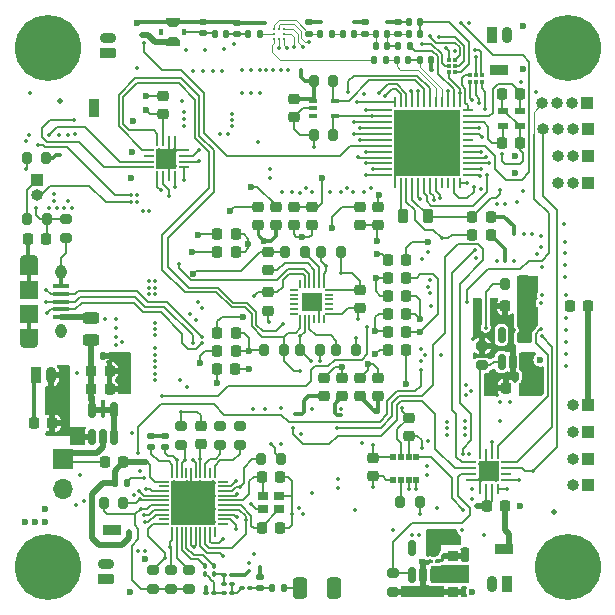
<source format=gbl>
G04 #@! TF.GenerationSoftware,KiCad,Pcbnew,8.0.0*
G04 #@! TF.CreationDate,2024-03-25T07:30:18-04:00*
G04 #@! TF.ProjectId,_Sub_HW_Qcopter,5f537562-5f48-4575-9f51-636f70746572,rev?*
G04 #@! TF.SameCoordinates,PX9157080PYf23bb80*
G04 #@! TF.FileFunction,Copper,L6,Bot*
G04 #@! TF.FilePolarity,Positive*
%FSLAX46Y46*%
G04 Gerber Fmt 4.6, Leading zero omitted, Abs format (unit mm)*
G04 Created by KiCad (PCBNEW 8.0.0) date 2024-03-25 07:30:18*
%MOMM*%
%LPD*%
G01*
G04 APERTURE LIST*
G04 Aperture macros list*
%AMRoundRect*
0 Rectangle with rounded corners*
0 $1 Rounding radius*
0 $2 $3 $4 $5 $6 $7 $8 $9 X,Y pos of 4 corners*
0 Add a 4 corners polygon primitive as box body*
4,1,4,$2,$3,$4,$5,$6,$7,$8,$9,$2,$3,0*
0 Add four circle primitives for the rounded corners*
1,1,$1+$1,$2,$3*
1,1,$1+$1,$4,$5*
1,1,$1+$1,$6,$7*
1,1,$1+$1,$8,$9*
0 Add four rect primitives between the rounded corners*
20,1,$1+$1,$2,$3,$4,$5,0*
20,1,$1+$1,$4,$5,$6,$7,0*
20,1,$1+$1,$6,$7,$8,$9,0*
20,1,$1+$1,$8,$9,$2,$3,0*%
%AMFreePoly0*
4,1,15,0.173536,0.553536,0.403536,0.323536,0.405000,0.320000,0.405000,-0.320000,0.403536,-0.323536,0.173536,-0.553536,0.170000,-0.555000,-0.300000,-0.555000,-0.303536,-0.553536,-0.305000,-0.550000,-0.305000,0.550000,-0.303536,0.553536,-0.300000,0.555000,0.170000,0.555000,0.173536,0.553536,0.173536,0.553536,$1*%
%AMFreePoly1*
4,1,15,0.303536,0.553536,0.305000,0.550000,0.305000,-0.550000,0.303536,-0.553536,0.300000,-0.555000,-0.170000,-0.555000,-0.173536,-0.553536,-0.403536,-0.323536,-0.405000,-0.320000,-0.405000,0.320000,-0.403536,0.323536,-0.173536,0.553536,-0.170000,0.555000,0.300000,0.555000,0.303536,0.553536,0.303536,0.553536,$1*%
%AMFreePoly2*
4,1,14,0.363284,0.088284,0.375000,0.060000,0.375000,0.036569,0.363284,0.008285,0.266715,-0.088284,0.238431,-0.100000,-0.335000,-0.100000,-0.363284,-0.088284,-0.375000,-0.060000,-0.375000,0.060000,-0.363284,0.088284,-0.335000,0.100000,0.335000,0.100000,0.363284,0.088284,0.363284,0.088284,$1*%
%AMFreePoly3*
4,1,14,0.266715,0.088284,0.363284,-0.008285,0.375000,-0.036569,0.375000,-0.060000,0.363284,-0.088284,0.335000,-0.100000,-0.335000,-0.100000,-0.363284,-0.088284,-0.375000,-0.060000,-0.375000,0.060000,-0.363284,0.088284,-0.335000,0.100000,0.238431,0.100000,0.266715,0.088284,0.266715,0.088284,$1*%
%AMFreePoly4*
4,1,14,0.088284,0.363284,0.100000,0.335000,0.100000,-0.335000,0.088284,-0.363284,0.060000,-0.375000,0.036569,-0.375000,0.008285,-0.363284,-0.088284,-0.266715,-0.100000,-0.238431,-0.100000,0.335000,-0.088284,0.363284,-0.060000,0.375000,0.060000,0.375000,0.088284,0.363284,0.088284,0.363284,$1*%
%AMFreePoly5*
4,1,14,0.088284,0.363284,0.100000,0.335000,0.100000,-0.238431,0.088284,-0.266715,-0.008285,-0.363284,-0.036569,-0.375000,-0.060000,-0.375000,-0.088284,-0.363284,-0.100000,-0.335000,-0.100000,0.335000,-0.088284,0.363284,-0.060000,0.375000,0.060000,0.375000,0.088284,0.363284,0.088284,0.363284,$1*%
%AMFreePoly6*
4,1,14,0.363284,0.088284,0.375000,0.060000,0.375000,-0.060000,0.363284,-0.088284,0.335000,-0.100000,-0.335000,-0.100000,-0.363284,-0.088284,-0.375000,-0.060000,-0.375000,-0.036569,-0.363284,-0.008285,-0.266715,0.088284,-0.238431,0.100000,0.335000,0.100000,0.363284,0.088284,0.363284,0.088284,$1*%
%AMFreePoly7*
4,1,14,0.363284,0.088284,0.375000,0.060000,0.375000,-0.060000,0.363284,-0.088284,0.335000,-0.100000,-0.238431,-0.100000,-0.266715,-0.088284,-0.363284,0.008285,-0.375000,0.036569,-0.375000,0.060000,-0.363284,0.088284,-0.335000,0.100000,0.335000,0.100000,0.363284,0.088284,0.363284,0.088284,$1*%
%AMFreePoly8*
4,1,14,-0.008285,0.363284,0.088284,0.266715,0.100000,0.238431,0.100000,-0.335000,0.088284,-0.363284,0.060000,-0.375000,-0.060000,-0.375000,-0.088284,-0.363284,-0.100000,-0.335000,-0.100000,0.335000,-0.088284,0.363284,-0.060000,0.375000,-0.036569,0.375000,-0.008285,0.363284,-0.008285,0.363284,$1*%
%AMFreePoly9*
4,1,14,0.088284,0.363284,0.100000,0.335000,0.100000,-0.335000,0.088284,-0.363284,0.060000,-0.375000,-0.060000,-0.375000,-0.088284,-0.363284,-0.100000,-0.335000,-0.100000,0.238431,-0.088284,0.266715,0.008285,0.363284,0.036569,0.375000,0.060000,0.375000,0.088284,0.363284,0.088284,0.363284,$1*%
G04 Aperture macros list end*
G04 #@! TA.AperFunction,ComponentPad*
%ADD10R,1.000000X1.000000*%
G04 #@! TD*
G04 #@! TA.AperFunction,ComponentPad*
%ADD11O,1.000000X1.000000*%
G04 #@! TD*
G04 #@! TA.AperFunction,ComponentPad*
%ADD12C,3.600000*%
G04 #@! TD*
G04 #@! TA.AperFunction,ConnectorPad*
%ADD13C,5.600000*%
G04 #@! TD*
G04 #@! TA.AperFunction,ComponentPad*
%ADD14C,0.600000*%
G04 #@! TD*
G04 #@! TA.AperFunction,SMDPad,CuDef*
%ADD15R,1.600000X0.900000*%
G04 #@! TD*
G04 #@! TA.AperFunction,HeatsinkPad*
%ADD16C,0.500000*%
G04 #@! TD*
G04 #@! TA.AperFunction,HeatsinkPad*
%ADD17R,1.750000X1.750000*%
G04 #@! TD*
G04 #@! TA.AperFunction,SMDPad,CuDef*
%ADD18R,0.900000X1.600000*%
G04 #@! TD*
G04 #@! TA.AperFunction,SMDPad,CuDef*
%ADD19RoundRect,0.200000X0.275000X-0.200000X0.275000X0.200000X-0.275000X0.200000X-0.275000X-0.200000X0*%
G04 #@! TD*
G04 #@! TA.AperFunction,SMDPad,CuDef*
%ADD20RoundRect,0.225000X0.250000X-0.225000X0.250000X0.225000X-0.250000X0.225000X-0.250000X-0.225000X0*%
G04 #@! TD*
G04 #@! TA.AperFunction,SMDPad,CuDef*
%ADD21RoundRect,0.225000X0.225000X0.250000X-0.225000X0.250000X-0.225000X-0.250000X0.225000X-0.250000X0*%
G04 #@! TD*
G04 #@! TA.AperFunction,SMDPad,CuDef*
%ADD22RoundRect,0.225000X-0.225000X-0.250000X0.225000X-0.250000X0.225000X0.250000X-0.225000X0.250000X0*%
G04 #@! TD*
G04 #@! TA.AperFunction,ComponentPad*
%ADD23RoundRect,0.225000X-0.225000X-0.475000X0.225000X-0.475000X0.225000X0.475000X-0.225000X0.475000X0*%
G04 #@! TD*
G04 #@! TA.AperFunction,ComponentPad*
%ADD24O,0.900000X1.400000*%
G04 #@! TD*
G04 #@! TA.AperFunction,SMDPad,CuDef*
%ADD25RoundRect,0.147500X0.147500X0.172500X-0.147500X0.172500X-0.147500X-0.172500X0.147500X-0.172500X0*%
G04 #@! TD*
G04 #@! TA.AperFunction,ComponentPad*
%ADD26RoundRect,0.225000X0.225000X0.475000X-0.225000X0.475000X-0.225000X-0.475000X0.225000X-0.475000X0*%
G04 #@! TD*
G04 #@! TA.AperFunction,ComponentPad*
%ADD27RoundRect,0.225000X0.475000X-0.225000X0.475000X0.225000X-0.475000X0.225000X-0.475000X-0.225000X0*%
G04 #@! TD*
G04 #@! TA.AperFunction,ComponentPad*
%ADD28O,1.400000X0.900000*%
G04 #@! TD*
G04 #@! TA.AperFunction,SMDPad,CuDef*
%ADD29RoundRect,0.100000X-0.225000X-0.100000X0.225000X-0.100000X0.225000X0.100000X-0.225000X0.100000X0*%
G04 #@! TD*
G04 #@! TA.AperFunction,SMDPad,CuDef*
%ADD30RoundRect,0.140000X0.170000X-0.140000X0.170000X0.140000X-0.170000X0.140000X-0.170000X-0.140000X0*%
G04 #@! TD*
G04 #@! TA.AperFunction,SMDPad,CuDef*
%ADD31RoundRect,0.024800X0.130200X-0.165200X0.130200X0.165200X-0.130200X0.165200X-0.130200X-0.165200X0*%
G04 #@! TD*
G04 #@! TA.AperFunction,SMDPad,CuDef*
%ADD32C,0.500000*%
G04 #@! TD*
G04 #@! TA.AperFunction,SMDPad,CuDef*
%ADD33RoundRect,0.200000X0.200000X0.275000X-0.200000X0.275000X-0.200000X-0.275000X0.200000X-0.275000X0*%
G04 #@! TD*
G04 #@! TA.AperFunction,SMDPad,CuDef*
%ADD34RoundRect,0.062500X-0.325000X-0.062500X0.325000X-0.062500X0.325000X0.062500X-0.325000X0.062500X0*%
G04 #@! TD*
G04 #@! TA.AperFunction,SMDPad,CuDef*
%ADD35RoundRect,0.062500X-0.062500X-0.325000X0.062500X-0.325000X0.062500X0.325000X-0.062500X0.325000X0*%
G04 #@! TD*
G04 #@! TA.AperFunction,SMDPad,CuDef*
%ADD36RoundRect,0.062500X0.325000X0.062500X-0.325000X0.062500X-0.325000X-0.062500X0.325000X-0.062500X0*%
G04 #@! TD*
G04 #@! TA.AperFunction,SMDPad,CuDef*
%ADD37RoundRect,0.062500X0.062500X0.325000X-0.062500X0.325000X-0.062500X-0.325000X0.062500X-0.325000X0*%
G04 #@! TD*
G04 #@! TA.AperFunction,SMDPad,CuDef*
%ADD38RoundRect,0.218750X-0.218750X-0.381250X0.218750X-0.381250X0.218750X0.381250X-0.218750X0.381250X0*%
G04 #@! TD*
G04 #@! TA.AperFunction,SMDPad,CuDef*
%ADD39RoundRect,0.147500X-0.147500X-0.172500X0.147500X-0.172500X0.147500X0.172500X-0.147500X0.172500X0*%
G04 #@! TD*
G04 #@! TA.AperFunction,SMDPad,CuDef*
%ADD40RoundRect,0.225000X-0.250000X0.225000X-0.250000X-0.225000X0.250000X-0.225000X0.250000X0.225000X0*%
G04 #@! TD*
G04 #@! TA.AperFunction,SMDPad,CuDef*
%ADD41RoundRect,0.140000X-0.140000X-0.170000X0.140000X-0.170000X0.140000X0.170000X-0.140000X0.170000X0*%
G04 #@! TD*
G04 #@! TA.AperFunction,SMDPad,CuDef*
%ADD42R,0.400000X0.500000*%
G04 #@! TD*
G04 #@! TA.AperFunction,SMDPad,CuDef*
%ADD43FreePoly0,90.000000*%
G04 #@! TD*
G04 #@! TA.AperFunction,SMDPad,CuDef*
%ADD44FreePoly1,90.000000*%
G04 #@! TD*
G04 #@! TA.AperFunction,SMDPad,CuDef*
%ADD45RoundRect,0.243750X-0.456250X0.243750X-0.456250X-0.243750X0.456250X-0.243750X0.456250X0.243750X0*%
G04 #@! TD*
G04 #@! TA.AperFunction,SMDPad,CuDef*
%ADD46RoundRect,0.140000X0.140000X0.170000X-0.140000X0.170000X-0.140000X-0.170000X0.140000X-0.170000X0*%
G04 #@! TD*
G04 #@! TA.AperFunction,SMDPad,CuDef*
%ADD47RoundRect,0.027000X-0.198000X0.218000X-0.198000X-0.218000X0.198000X-0.218000X0.198000X0.218000X0*%
G04 #@! TD*
G04 #@! TA.AperFunction,SMDPad,CuDef*
%ADD48RoundRect,0.062500X-0.375000X-0.062500X0.375000X-0.062500X0.375000X0.062500X-0.375000X0.062500X0*%
G04 #@! TD*
G04 #@! TA.AperFunction,SMDPad,CuDef*
%ADD49RoundRect,0.062500X-0.062500X-0.375000X0.062500X-0.375000X0.062500X0.375000X-0.062500X0.375000X0*%
G04 #@! TD*
G04 #@! TA.AperFunction,HeatsinkPad*
%ADD50R,5.600000X5.600000*%
G04 #@! TD*
G04 #@! TA.AperFunction,SMDPad,CuDef*
%ADD51RoundRect,0.200000X-0.200000X-0.275000X0.200000X-0.275000X0.200000X0.275000X-0.200000X0.275000X0*%
G04 #@! TD*
G04 #@! TA.AperFunction,SMDPad,CuDef*
%ADD52RoundRect,0.100000X-0.130000X-0.100000X0.130000X-0.100000X0.130000X0.100000X-0.130000X0.100000X0*%
G04 #@! TD*
G04 #@! TA.AperFunction,SMDPad,CuDef*
%ADD53R,0.900000X0.800000*%
G04 #@! TD*
G04 #@! TA.AperFunction,SMDPad,CuDef*
%ADD54RoundRect,0.150000X0.150000X-0.512500X0.150000X0.512500X-0.150000X0.512500X-0.150000X-0.512500X0*%
G04 #@! TD*
G04 #@! TA.AperFunction,SMDPad,CuDef*
%ADD55RoundRect,0.050000X0.050000X-0.337500X0.050000X0.337500X-0.050000X0.337500X-0.050000X-0.337500X0*%
G04 #@! TD*
G04 #@! TA.AperFunction,SMDPad,CuDef*
%ADD56RoundRect,0.050000X0.337500X-0.050000X0.337500X0.050000X-0.337500X0.050000X-0.337500X-0.050000X0*%
G04 #@! TD*
G04 #@! TA.AperFunction,ComponentPad*
%ADD57C,0.500000*%
G04 #@! TD*
G04 #@! TA.AperFunction,SMDPad,CuDef*
%ADD58R,3.800000X3.800000*%
G04 #@! TD*
G04 #@! TA.AperFunction,SMDPad,CuDef*
%ADD59RoundRect,0.147500X0.172500X-0.147500X0.172500X0.147500X-0.172500X0.147500X-0.172500X-0.147500X0*%
G04 #@! TD*
G04 #@! TA.AperFunction,SMDPad,CuDef*
%ADD60RoundRect,0.250000X-0.350000X-0.650000X0.350000X-0.650000X0.350000X0.650000X-0.350000X0.650000X0*%
G04 #@! TD*
G04 #@! TA.AperFunction,SMDPad,CuDef*
%ADD61RoundRect,0.200000X-0.275000X0.200000X-0.275000X-0.200000X0.275000X-0.200000X0.275000X0.200000X0*%
G04 #@! TD*
G04 #@! TA.AperFunction,SMDPad,CuDef*
%ADD62RoundRect,0.147500X-0.172500X0.147500X-0.172500X-0.147500X0.172500X-0.147500X0.172500X0.147500X0*%
G04 #@! TD*
G04 #@! TA.AperFunction,SMDPad,CuDef*
%ADD63FreePoly2,0.000000*%
G04 #@! TD*
G04 #@! TA.AperFunction,SMDPad,CuDef*
%ADD64RoundRect,0.050000X-0.325000X-0.050000X0.325000X-0.050000X0.325000X0.050000X-0.325000X0.050000X0*%
G04 #@! TD*
G04 #@! TA.AperFunction,SMDPad,CuDef*
%ADD65FreePoly3,0.000000*%
G04 #@! TD*
G04 #@! TA.AperFunction,SMDPad,CuDef*
%ADD66FreePoly4,0.000000*%
G04 #@! TD*
G04 #@! TA.AperFunction,SMDPad,CuDef*
%ADD67RoundRect,0.050000X-0.050000X-0.325000X0.050000X-0.325000X0.050000X0.325000X-0.050000X0.325000X0*%
G04 #@! TD*
G04 #@! TA.AperFunction,SMDPad,CuDef*
%ADD68FreePoly5,0.000000*%
G04 #@! TD*
G04 #@! TA.AperFunction,SMDPad,CuDef*
%ADD69FreePoly6,0.000000*%
G04 #@! TD*
G04 #@! TA.AperFunction,SMDPad,CuDef*
%ADD70FreePoly7,0.000000*%
G04 #@! TD*
G04 #@! TA.AperFunction,SMDPad,CuDef*
%ADD71FreePoly8,0.000000*%
G04 #@! TD*
G04 #@! TA.AperFunction,SMDPad,CuDef*
%ADD72FreePoly9,0.000000*%
G04 #@! TD*
G04 #@! TA.AperFunction,HeatsinkPad*
%ADD73R,1.750000X1.600000*%
G04 #@! TD*
G04 #@! TA.AperFunction,SMDPad,CuDef*
%ADD74RoundRect,0.100000X0.130000X0.100000X-0.130000X0.100000X-0.130000X-0.100000X0.130000X-0.100000X0*%
G04 #@! TD*
G04 #@! TA.AperFunction,SMDPad,CuDef*
%ADD75RoundRect,0.100000X0.100000X-0.130000X0.100000X0.130000X-0.100000X0.130000X-0.100000X-0.130000X0*%
G04 #@! TD*
G04 #@! TA.AperFunction,SMDPad,CuDef*
%ADD76R,1.350000X0.400000*%
G04 #@! TD*
G04 #@! TA.AperFunction,ComponentPad*
%ADD77O,1.550000X0.890000*%
G04 #@! TD*
G04 #@! TA.AperFunction,SMDPad,CuDef*
%ADD78R,1.550000X1.200000*%
G04 #@! TD*
G04 #@! TA.AperFunction,ComponentPad*
%ADD79O,0.950000X1.250000*%
G04 #@! TD*
G04 #@! TA.AperFunction,SMDPad,CuDef*
%ADD80R,1.550000X1.500000*%
G04 #@! TD*
G04 #@! TA.AperFunction,SMDPad,CuDef*
%ADD81RoundRect,0.100000X-0.100000X0.130000X-0.100000X-0.130000X0.100000X-0.130000X0.100000X0.130000X0*%
G04 #@! TD*
G04 #@! TA.AperFunction,ComponentPad*
%ADD82R,1.700000X1.700000*%
G04 #@! TD*
G04 #@! TA.AperFunction,ComponentPad*
%ADD83O,1.700000X1.700000*%
G04 #@! TD*
G04 #@! TA.AperFunction,SMDPad,CuDef*
%ADD84RoundRect,0.135000X0.135000X0.185000X-0.135000X0.185000X-0.135000X-0.185000X0.135000X-0.185000X0*%
G04 #@! TD*
G04 #@! TA.AperFunction,SMDPad,CuDef*
%ADD85RoundRect,0.024800X0.165200X0.130200X-0.165200X0.130200X-0.165200X-0.130200X0.165200X-0.130200X0*%
G04 #@! TD*
G04 #@! TA.AperFunction,SMDPad,CuDef*
%ADD86R,0.863600X0.609600*%
G04 #@! TD*
G04 #@! TA.AperFunction,SMDPad,CuDef*
%ADD87R,0.254000X0.254000*%
G04 #@! TD*
G04 #@! TA.AperFunction,ViaPad*
%ADD88C,0.350000*%
G04 #@! TD*
G04 #@! TA.AperFunction,ViaPad*
%ADD89C,0.600000*%
G04 #@! TD*
G04 #@! TA.AperFunction,ViaPad*
%ADD90C,0.508000*%
G04 #@! TD*
G04 #@! TA.AperFunction,Conductor*
%ADD91C,0.203200*%
G04 #@! TD*
G04 #@! TA.AperFunction,Conductor*
%ADD92C,0.200000*%
G04 #@! TD*
G04 #@! TA.AperFunction,Conductor*
%ADD93C,0.152400*%
G04 #@! TD*
G04 #@! TA.AperFunction,Conductor*
%ADD94C,0.304800*%
G04 #@! TD*
G04 #@! TA.AperFunction,Conductor*
%ADD95C,0.101600*%
G04 #@! TD*
G04 #@! TA.AperFunction,Conductor*
%ADD96C,0.508000*%
G04 #@! TD*
G04 #@! TA.AperFunction,Conductor*
%ADD97C,0.254000*%
G04 #@! TD*
G04 APERTURE END LIST*
D10*
X48783000Y16764000D03*
D11*
X47512999Y16764000D03*
D12*
X47066200Y3048000D03*
D13*
X47066200Y3048000D03*
D10*
X48783000Y10033000D03*
D11*
X47512999Y10033000D03*
D14*
X41732899Y45169500D03*
D15*
X41232900Y45169500D03*
D14*
X40732901Y45169500D03*
D10*
X48773001Y35560000D03*
D11*
X47503000Y35560000D03*
X46233001Y35560000D03*
D12*
X47066200Y47040800D03*
D13*
X47066200Y47040800D03*
D10*
X48783000Y14478000D03*
D11*
X47512999Y14478000D03*
D10*
X48742600Y42341800D03*
D11*
X47472599Y42341800D03*
X46202600Y42341800D03*
X44932600Y42341800D03*
D16*
X41023000Y10561000D03*
X41023000Y11811000D03*
D17*
X40398000Y11186000D03*
D16*
X39773000Y10561000D03*
X39773000Y11811000D03*
D12*
X3048000Y47040800D03*
D13*
X3048000Y47040800D03*
D14*
X8009001Y6223000D03*
D15*
X8509000Y6223000D03*
D14*
X9008999Y6223000D03*
D10*
X48783000Y12192000D03*
D11*
X47512999Y12192000D03*
D14*
X41144002Y4633000D03*
D15*
X41644001Y4633000D03*
D14*
X42144000Y4633000D03*
D10*
X48763000Y40132000D03*
D11*
X47492999Y40132000D03*
X46223000Y40132000D03*
X44953000Y40132000D03*
D14*
X6958483Y41399018D03*
D18*
X6958483Y41899017D03*
D14*
X6958483Y42399016D03*
D10*
X48768001Y37846000D03*
D11*
X47498000Y37846000D03*
X46228001Y37846000D03*
D12*
X3048000Y3048000D03*
D13*
X3048000Y3048000D03*
D19*
X14351000Y13399000D03*
X14351000Y15049000D03*
X17653000Y13399000D03*
X17653000Y15049000D03*
D20*
X30988000Y31991000D03*
X30988000Y33541000D03*
D21*
X18949000Y31242000D03*
X17399000Y31242000D03*
D22*
X47256400Y25146000D03*
X48806400Y25146000D03*
D20*
X23876000Y41135000D03*
X23876000Y42685000D03*
D23*
X40660001Y48133000D03*
D24*
X41910000Y48133000D03*
D25*
X31775200Y47193200D03*
X30805200Y47193200D03*
D26*
X41900000Y1659000D03*
D24*
X40650001Y1659000D03*
D27*
X8009000Y2042000D03*
D28*
X8009000Y3292000D03*
D29*
X25466000Y41260000D03*
X25466001Y41910000D03*
X25466000Y42560000D03*
X27366000Y42560000D03*
X27366000Y41260000D03*
D25*
X9733000Y10160000D03*
X8763000Y10160000D03*
X18138000Y48227468D03*
X17168000Y48227468D03*
D30*
X29893200Y48237200D03*
X29893200Y49197200D03*
D31*
X39793800Y44170599D03*
X39293800Y44170600D03*
X38793800Y44170599D03*
X38793800Y44700600D03*
X39293800Y44700599D03*
X39793800Y44700600D03*
D32*
X45948600Y7696200D03*
D33*
X29146000Y21463000D03*
X27496000Y21463000D03*
D30*
X16219116Y48255468D03*
X16219116Y49215468D03*
D22*
X31864000Y26035000D03*
X33414000Y26035000D03*
D21*
X43345001Y25146000D03*
X41795001Y25146000D03*
X9461800Y11938000D03*
X7911800Y11938000D03*
D33*
X24828000Y29718000D03*
X23178000Y29718000D03*
D34*
X38923500Y10426000D03*
X38923500Y10926000D03*
X38923500Y11426000D03*
X38923500Y11926000D03*
D35*
X39636000Y12638500D03*
X40136000Y12638500D03*
X40636000Y12638500D03*
X41136000Y12638500D03*
D34*
X41848500Y11926000D03*
X41848500Y11426000D03*
X41848500Y10926000D03*
X41848500Y10426000D03*
D35*
X41136000Y9713500D03*
X40636000Y9713500D03*
X40136000Y9713500D03*
X39636000Y9713500D03*
D16*
X39761000Y11801000D03*
X39761000Y10551000D03*
D17*
X40386000Y11176000D03*
D16*
X41011000Y11801000D03*
X41011000Y10551000D03*
D19*
X13462000Y1207000D03*
X13462000Y2857000D03*
D36*
X14547500Y38403500D03*
X14547500Y37903500D03*
X14547500Y37403500D03*
X14547500Y36903500D03*
D37*
X13835000Y36191000D03*
X13335000Y36191000D03*
X12835000Y36191000D03*
X12335000Y36191000D03*
D36*
X11622500Y36903500D03*
X11622500Y37403500D03*
X11622500Y37903500D03*
X11622500Y38403500D03*
D37*
X12335000Y39116000D03*
X12835000Y39116000D03*
X13335000Y39116000D03*
X13835000Y39116000D03*
D16*
X13710000Y37028500D03*
X13710000Y38278500D03*
D17*
X13085000Y37653500D03*
D16*
X12460000Y37028500D03*
X12460000Y38278500D03*
D38*
X33100500Y32766000D03*
X35225500Y32766000D03*
D39*
X32591000Y45974000D03*
X33561000Y45974000D03*
D33*
X34551000Y8590000D03*
X32901000Y8590000D03*
D21*
X2934000Y30861000D03*
X1384000Y30861000D03*
D40*
X21717000Y26327400D03*
X21717000Y24777400D03*
D30*
X19100800Y48211800D03*
X19100800Y49171800D03*
D41*
X34572000Y45974000D03*
X35532000Y45974000D03*
D42*
X14561999Y48336200D03*
X12662001Y48336200D03*
D43*
X13612000Y47486200D03*
D44*
X13612000Y49186200D03*
D21*
X18949000Y29718000D03*
X17399000Y29718000D03*
D20*
X25400000Y31991000D03*
X25400000Y33541000D03*
D22*
X31851000Y22987000D03*
X33401000Y22987000D03*
D40*
X29464000Y26556000D03*
X29464000Y25006000D03*
D39*
X6731000Y20955000D03*
X7701000Y20955000D03*
D33*
X27241000Y44196000D03*
X25591000Y44196000D03*
D22*
X40246000Y8255000D03*
X41796000Y8255000D03*
D30*
X25194200Y48237200D03*
X25194200Y49197200D03*
D27*
X8136000Y46619000D03*
D28*
X8136000Y47869000D03*
D40*
X26416000Y19063000D03*
X26416000Y17513000D03*
D22*
X31851000Y24511000D03*
X33401000Y24511000D03*
D20*
X20888000Y32004000D03*
X20888000Y33554000D03*
D45*
X6731000Y24178501D03*
X6731000Y22303499D03*
D46*
X31770200Y48209200D03*
X30810200Y48209200D03*
X34566800Y49174400D03*
X33606800Y49174400D03*
X28976200Y48209200D03*
X28016200Y48209200D03*
D47*
X32298999Y10460000D03*
X32949000Y10460000D03*
X33599000Y10460000D03*
X34249001Y10460000D03*
X34249001Y12400000D03*
X33599000Y12400000D03*
X32949000Y12400000D03*
X32298999Y12400000D03*
D48*
X31734000Y36239000D03*
X31734000Y36739000D03*
X31734000Y37239001D03*
X31734000Y37739000D03*
X31734000Y38238999D03*
X31734000Y38739000D03*
X31734000Y39239000D03*
X31734000Y39739001D03*
X31734000Y40239000D03*
X31734000Y40738999D03*
X31734000Y41239000D03*
X31734000Y41739000D03*
D49*
X32421500Y42426500D03*
X32921500Y42426500D03*
X33421501Y42426500D03*
X33921500Y42426500D03*
X34421499Y42426500D03*
X34921500Y42426500D03*
X35421500Y42426500D03*
X35921501Y42426500D03*
X36421500Y42426500D03*
X36921499Y42426500D03*
X37421500Y42426500D03*
X37921500Y42426500D03*
D48*
X38609000Y41739000D03*
X38609000Y41239000D03*
X38609000Y40738999D03*
X38609000Y40239000D03*
X38609000Y39739001D03*
X38609000Y39239000D03*
X38609000Y38739000D03*
X38609000Y38238999D03*
X38609000Y37739000D03*
X38609000Y37239001D03*
X38609000Y36739000D03*
X38609000Y36239000D03*
D49*
X37921500Y35551500D03*
X37421500Y35551500D03*
X36921499Y35551500D03*
X36421500Y35551500D03*
X35921501Y35551500D03*
X35421500Y35551500D03*
X34921500Y35551500D03*
X34421499Y35551500D03*
X33921500Y35551500D03*
X33421501Y35551500D03*
X32921500Y35551500D03*
X32421500Y35551500D03*
D16*
X32621500Y41539000D03*
X32621500Y40264000D03*
X32621500Y38989000D03*
X32621500Y37714000D03*
X32621500Y36439000D03*
X33896500Y41539000D03*
X33896500Y40264000D03*
X33896500Y38989000D03*
X33896500Y37714000D03*
X33896500Y36439000D03*
X35171500Y41539000D03*
X35171500Y40264000D03*
X35171500Y38989000D03*
D50*
X35171500Y38989000D03*
D16*
X35171500Y37714000D03*
X35171500Y36439000D03*
X36446500Y41539000D03*
X36446500Y40264000D03*
X36446500Y38989000D03*
X36446500Y37714000D03*
X36446500Y36439000D03*
X37721500Y41539000D03*
X37721500Y40264000D03*
X37721500Y38989000D03*
X37721500Y37714000D03*
X37721500Y36439000D03*
D51*
X1334000Y32512000D03*
X2984000Y32512000D03*
D22*
X41516000Y38989000D03*
X43066000Y38989000D03*
D21*
X18949000Y22860000D03*
X17399000Y22860000D03*
D52*
X16444000Y889000D03*
X17084000Y889000D03*
D25*
X27076200Y48209200D03*
X26106200Y48209200D03*
D20*
X12827000Y41389000D03*
X12827000Y42939000D03*
D21*
X18949000Y21336000D03*
X17399000Y21336000D03*
D19*
X14986000Y1207000D03*
X14986000Y2857000D03*
D22*
X31851000Y21463000D03*
X33401000Y21463000D03*
D53*
X22671000Y7959000D03*
X21271000Y7959000D03*
X21271000Y9059000D03*
X22671000Y9059000D03*
D19*
X39817000Y20135500D03*
X39817000Y21785500D03*
D22*
X31864000Y29083000D03*
X33414000Y29083000D03*
D52*
X17968000Y2413000D03*
X18608000Y2413000D03*
D54*
X35747999Y2418500D03*
X34798000Y2418500D03*
X33848001Y2418500D03*
X33848001Y4693500D03*
X35747999Y4693500D03*
D55*
X17174000Y6014500D03*
X16774000Y6014500D03*
X16374000Y6014500D03*
X15974000Y6014500D03*
X15574000Y6014500D03*
X15174000Y6014500D03*
X14774000Y6014500D03*
X14374000Y6014500D03*
X13974000Y6014500D03*
X13574000Y6014500D03*
D56*
X12886500Y6702001D03*
X12886500Y7102000D03*
X12886500Y7502000D03*
X12886500Y7902000D03*
X12886501Y8302000D03*
X12886500Y8702000D03*
X12886500Y9102000D03*
X12886500Y9502001D03*
X12886500Y9902000D03*
X12886500Y10302000D03*
D55*
X13574000Y10989500D03*
X13974000Y10989500D03*
X14373999Y10989500D03*
X14774000Y10989500D03*
X15174000Y10989500D03*
X15574000Y10989499D03*
X15974000Y10989500D03*
X16374000Y10989500D03*
X16774000Y10989500D03*
X17173999Y10989500D03*
D56*
X17861500Y10302000D03*
X17861500Y9902000D03*
X17861500Y9502000D03*
X17861500Y9102000D03*
X17861500Y8702000D03*
X17861500Y8302000D03*
X17861500Y7902000D03*
X17861500Y7502000D03*
X17861500Y7102000D03*
X17861500Y6702000D03*
D57*
X14824000Y6852000D03*
X17024000Y6852000D03*
X13724000Y6852001D03*
X15924000Y6852001D03*
X13724000Y7952000D03*
X15924000Y7952000D03*
X17023999Y7952000D03*
X14824000Y7952001D03*
D58*
X15374000Y8502000D03*
D57*
X14824000Y9052000D03*
X15923999Y9052000D03*
X17024000Y9052000D03*
X13724000Y9052001D03*
X13724000Y10152000D03*
X14823999Y10152000D03*
X15924000Y10152000D03*
X17023999Y10152000D03*
D22*
X39001400Y32740600D03*
X40551400Y32740600D03*
D59*
X12954000Y13231000D03*
X12954000Y14201000D03*
D60*
X24407200Y1275077D03*
X27307200Y1275077D03*
D33*
X26098000Y21463000D03*
X24448000Y21463000D03*
D61*
X4572000Y32575000D03*
X4572000Y30925000D03*
D21*
X18936000Y19812000D03*
X17386000Y19812000D03*
D46*
X21000768Y48211800D03*
X20040768Y48211800D03*
D54*
X8671371Y14102500D03*
X7721372Y14102500D03*
X6771373Y14102500D03*
X6771373Y16377500D03*
X8671371Y16377500D03*
D20*
X22352000Y32004000D03*
X22352000Y33554000D03*
D21*
X3442000Y15240000D03*
X1892000Y15240000D03*
D32*
X4089400Y42519600D03*
D46*
X31651000Y45974000D03*
X30691000Y45974000D03*
D22*
X21196000Y10668000D03*
X22746000Y10668000D03*
D51*
X21400000Y21463000D03*
X23050000Y21463000D03*
D22*
X31864000Y27559000D03*
X33414000Y27559000D03*
D51*
X7811000Y8509000D03*
X9461000Y8509000D03*
D40*
X29464000Y19076000D03*
X29464000Y17526000D03*
D10*
X2159000Y35829001D03*
D11*
X2159000Y34559000D03*
D62*
X11811000Y14201000D03*
X11811000Y13231000D03*
D63*
X23900000Y24527000D03*
D64*
X23900000Y24927000D03*
X23900000Y25327000D03*
X23900000Y25727000D03*
X23900000Y26127000D03*
D65*
X23900000Y26527000D03*
D66*
X24400000Y27027000D03*
D67*
X24800000Y27027000D03*
X25200000Y27027000D03*
X25600000Y27027000D03*
X26000000Y27027000D03*
D68*
X26400000Y27027000D03*
D69*
X26900000Y26527000D03*
D64*
X26900000Y26127000D03*
X26900000Y25727000D03*
X26900000Y25327000D03*
X26900000Y24927000D03*
D70*
X26900000Y24527000D03*
D71*
X26400000Y24027000D03*
D67*
X26000000Y24027000D03*
X25600000Y24027000D03*
X25200000Y24027000D03*
X24800000Y24027000D03*
D72*
X24400000Y24027000D03*
D73*
X25400000Y25527000D03*
D74*
X18608000Y889000D03*
X17968000Y889000D03*
D33*
X27241000Y39624000D03*
X25591000Y39624000D03*
D20*
X16002000Y13449000D03*
X16002000Y14999000D03*
D33*
X43395001Y27000200D03*
X41745001Y27000200D03*
D75*
X16383000Y2474000D03*
X16383000Y3114000D03*
D40*
X30988000Y19076000D03*
X30988000Y17526000D03*
D20*
X29464000Y31991000D03*
X29464000Y33541000D03*
D23*
X2042000Y19296000D03*
D24*
X3291999Y19296000D03*
D40*
X30551000Y12286000D03*
X30551000Y10736000D03*
D19*
X19304000Y13399000D03*
X19304000Y15049000D03*
D61*
X32258000Y2603000D03*
X32258000Y953000D03*
D76*
X4194000Y24227000D03*
X4194000Y24877000D03*
X4193999Y25527000D03*
X4194000Y26177000D03*
X4194000Y26827000D03*
D77*
X1494000Y22027000D03*
D78*
X1494000Y22627000D03*
D79*
X4194000Y23027001D03*
D80*
X1494000Y24527000D03*
X1494000Y26527000D03*
D79*
X4194000Y28026999D03*
D78*
X1494000Y28427000D03*
D77*
X1494000Y29027000D03*
D33*
X2933200Y37719000D03*
X1283200Y37719000D03*
D19*
X11938000Y1207000D03*
X11938000Y2857000D03*
D25*
X23014800Y1270000D03*
X22044800Y1270000D03*
D20*
X23876000Y31991000D03*
X23876000Y33541000D03*
D21*
X43066000Y43129200D03*
X41516000Y43129200D03*
D52*
X17968000Y1651000D03*
X18608000Y1651000D03*
D33*
X22796000Y12192000D03*
X21146000Y12192000D03*
D81*
X17145000Y3114000D03*
X17145000Y2474000D03*
D82*
X4375000Y12197000D03*
D83*
X4375000Y9657000D03*
D84*
X33733200Y47193200D03*
X32713200Y47193200D03*
D25*
X34571800Y48209200D03*
X33601800Y48209200D03*
D33*
X27876000Y29718000D03*
X26226000Y29718000D03*
D85*
X37566601Y45991400D03*
X37566600Y45491400D03*
X37566601Y44991400D03*
X37036600Y44991400D03*
X37036601Y45491400D03*
X37036600Y45991400D03*
D40*
X27940000Y19063000D03*
X27940000Y17513000D03*
D52*
X19492000Y1270000D03*
X20132000Y1270000D03*
D20*
X33599000Y14165000D03*
X33599000Y15715000D03*
D86*
X43014901Y41721400D03*
X43014901Y40371400D03*
X41567099Y40371400D03*
X41567099Y41721400D03*
D20*
X21717000Y28181000D03*
X21717000Y29731000D03*
D30*
X32664200Y48237200D03*
X32664200Y49197200D03*
D87*
X23025100Y48609199D03*
X23025100Y48209200D03*
X23025100Y47809201D03*
X22631400Y47815500D03*
X22237700Y47809201D03*
X22237700Y48209200D03*
X22237700Y48609199D03*
X22631400Y48602900D03*
D59*
X21056600Y1267600D03*
X21056600Y2237600D03*
D40*
X37338000Y2527600D03*
X37338000Y977600D03*
D22*
X21196000Y6350000D03*
X22746000Y6350000D03*
D21*
X43386000Y18237200D03*
X41836000Y18237200D03*
D40*
X37338000Y5575600D03*
X37338000Y4025600D03*
D54*
X43367999Y20452500D03*
X42418000Y20452500D03*
X41468001Y20452500D03*
X41468001Y22727500D03*
X43367999Y22727500D03*
D22*
X39001400Y31216600D03*
X40551400Y31216600D03*
X6731000Y18161000D03*
X8281000Y18161000D03*
X6731000Y19685000D03*
X8281000Y19685000D03*
D88*
X41122600Y33782000D03*
D89*
X43256200Y48869600D03*
D88*
X24790400Y25501600D03*
D89*
X11353800Y42951400D03*
D88*
X38176200Y4013200D03*
X8788400Y24079200D03*
X23749000Y7594600D03*
X41097200Y18262600D03*
X36042600Y3556000D03*
X35433000Y3556000D03*
X33350200Y1295400D03*
X7899400Y24079200D03*
X38379400Y15392400D03*
X42494200Y21488400D03*
D89*
X19608800Y24257000D03*
D88*
X26162000Y49225000D03*
X24638000Y7594600D03*
X8788400Y20396200D03*
X10998200Y48133000D03*
D89*
X26289000Y35991800D03*
D88*
X42494200Y31242000D03*
D89*
X44729400Y20599400D03*
D88*
X14351000Y16179800D03*
X9347200Y22123400D03*
X33070800Y16560800D03*
X8788400Y21107400D03*
X40817800Y19456400D03*
X42519600Y29006800D03*
D89*
X30886400Y16306800D03*
X33401000Y18542000D03*
D88*
X42164000Y17043400D03*
D89*
X11252200Y3719597D03*
D88*
X36880800Y14224000D03*
X34798000Y3556000D03*
X35585400Y45110400D03*
X20980400Y43230800D03*
X39573200Y42316400D03*
X14605000Y41554400D03*
D89*
X17373600Y18643600D03*
X15774435Y31190165D03*
D88*
X10845800Y11201400D03*
X21742400Y23850600D03*
X41783000Y29006800D03*
D89*
X10109200Y35966400D03*
X34593765Y22988035D03*
D88*
X14605000Y40970200D03*
X38379400Y14808200D03*
X24003000Y16027400D03*
X40716200Y22148800D03*
X18643600Y40386000D03*
X40894000Y24333200D03*
X20091400Y2717800D03*
X20091400Y3378200D03*
X1524000Y43205400D03*
X40716200Y21513800D03*
X29006800Y49199800D03*
X20218400Y8407400D03*
X29311600Y24104600D03*
X36550600Y4038600D03*
X42494200Y19126200D03*
X31800800Y49225200D03*
X8788400Y22504400D03*
X26009600Y25501600D03*
D89*
X10578200Y49100000D03*
D88*
X21056600Y3073400D03*
D89*
X35280600Y30581600D03*
D88*
X24282400Y8026400D03*
X30556200Y9855200D03*
X8788400Y21844000D03*
X29057600Y7924800D03*
X41503600Y38074600D03*
X29845000Y43154600D03*
X17983200Y46913800D03*
D89*
X20273000Y35247786D03*
D88*
X21437600Y49123600D03*
X8940800Y19710400D03*
X41783000Y33782000D03*
X38379400Y14224000D03*
X4013200Y39624000D03*
X41351200Y15392400D03*
X36195000Y47980600D03*
X40868600Y24790400D03*
X14732000Y46863000D03*
X25171400Y47523400D03*
D89*
X31064200Y34602800D03*
X34593765Y24028400D03*
D88*
X25400000Y25501600D03*
X20269200Y43230800D03*
X40817800Y18872200D03*
X8788400Y23266400D03*
X40716200Y22682200D03*
X24511000Y14300200D03*
D89*
X18440400Y33197800D03*
X10210800Y38201600D03*
D88*
X5537200Y19456400D03*
D89*
X27101800Y31750000D03*
D88*
X22783800Y13512800D03*
X36880800Y15367000D03*
X1244600Y36728400D03*
X8178800Y20396200D03*
X39079400Y22417000D03*
D89*
X15367448Y27916223D03*
D88*
X24460200Y45110400D03*
X27916550Y15910248D03*
X36880800Y14808200D03*
X42494200Y23139400D03*
X41071800Y29006800D03*
X41351200Y17043400D03*
D89*
X15949697Y20306315D03*
D88*
X39344600Y29260800D03*
X18643600Y40894000D03*
D89*
X15290800Y29743400D03*
D88*
X14605000Y40386000D03*
X36372800Y21031200D03*
X33324800Y711200D03*
X19507200Y43230800D03*
X18643600Y41402000D03*
X41097200Y17627600D03*
X14401800Y42545000D03*
X16433800Y1371600D03*
X11252200Y4419600D03*
X39903400Y22682200D03*
X10668000Y4419600D03*
X12166600Y19431000D03*
X11658600Y26720800D03*
X12166600Y26720800D03*
X12166600Y21590000D03*
X36499800Y3073400D03*
X10109200Y34569400D03*
X12166600Y23723600D03*
X38481000Y18465800D03*
X12166600Y20548600D03*
X17805400Y45059600D03*
X38481000Y17653000D03*
X11658600Y33248600D03*
X15341600Y45059600D03*
X44881800Y18262600D03*
X44018200Y31242000D03*
X38887400Y18008600D03*
X2235200Y38811200D03*
X44373800Y19253200D03*
X44373800Y18262600D03*
X38125400Y3098800D03*
X10109200Y33934400D03*
X12166600Y27254200D03*
X11125200Y33248600D03*
X11658600Y26212800D03*
X12166600Y21056600D03*
X44373800Y18770600D03*
X10617200Y34569400D03*
X36499800Y1930400D03*
X10617200Y33934400D03*
X11658600Y27254200D03*
X44881800Y18770600D03*
X16230600Y45059600D03*
X12166600Y18923000D03*
X12166600Y26212800D03*
X12166600Y19964400D03*
X12166600Y22682200D03*
X44881800Y19253200D03*
X17018000Y45059600D03*
X43408600Y31242000D03*
X38150800Y1930400D03*
X12166600Y23190200D03*
D89*
X20066000Y21336000D03*
D88*
X4445000Y33502600D03*
X26111200Y20548600D03*
X5105400Y33477200D03*
X25450800Y9372600D03*
X3175000Y33477200D03*
D89*
X11353800Y41757600D03*
X30154940Y20238660D03*
X30784800Y23037800D03*
X30911800Y30665800D03*
D90*
X39370000Y8255000D03*
D89*
X30911800Y29602000D03*
D88*
X35534600Y25171400D03*
D89*
X20091400Y19862800D03*
X30798536Y21093664D03*
D88*
X3606800Y34645600D03*
X4724400Y34086800D03*
X10210800Y14427200D03*
D89*
X30810200Y27559000D03*
X20040600Y30454600D03*
D88*
X20853400Y39039800D03*
D89*
X24587200Y31013400D03*
D88*
X3835400Y33477200D03*
X3606800Y34061400D03*
X38531000Y25514000D03*
D89*
X21359275Y30673625D03*
X27965400Y20040600D03*
D88*
X5384800Y39751000D03*
X20472400Y25984200D03*
X38709600Y49149000D03*
X34696400Y13157200D03*
X30556200Y13411200D03*
X5740400Y10845800D03*
X44399200Y43256200D03*
X44221400Y26593800D03*
X29159200Y22428200D03*
X34544000Y7543800D03*
X27863800Y27965400D03*
X38125400Y6172200D03*
X44145200Y23647400D03*
X47256400Y25146000D03*
X44196000Y27127200D03*
X1498600Y39649400D03*
X5461000Y8331200D03*
X35255200Y13716000D03*
D89*
X2819400Y7975600D03*
X38989000Y977600D03*
X2819400Y6858000D03*
X1955800Y6858000D03*
X1092200Y6858000D03*
X10287000Y40817800D03*
X10033000Y939800D03*
X43256200Y45237400D03*
D88*
X36265279Y34295565D03*
X34772600Y47371000D03*
X21539200Y45161200D03*
X23393400Y45161200D03*
X20269200Y45161200D03*
X34594800Y34213800D03*
X19507200Y45161200D03*
X38582600Y35560000D03*
X22758400Y45161200D03*
X30530800Y41224200D03*
X22123400Y45161200D03*
X39293800Y46228000D03*
X20980400Y45161200D03*
X39522400Y40239000D03*
X36423600Y30886400D03*
X38955899Y42638899D03*
X41376600Y34975800D03*
X39776400Y39497000D03*
X40106600Y41833800D03*
X44094400Y11201400D03*
X25603200Y38608000D03*
X37921500Y43230800D03*
X35433000Y48006000D03*
X22631400Y47040800D03*
X23266400Y47040800D03*
X23886751Y47068986D03*
X24638000Y47091600D03*
X13970000Y12141200D03*
X20548600Y4191000D03*
X11201400Y10566400D03*
X15974000Y12217400D03*
X11179149Y7486702D03*
X19812000Y7061200D03*
X19050000Y7264400D03*
X17907000Y5461000D03*
X17907000Y4013200D03*
X9931400Y6070600D03*
X11430000Y11988800D03*
X15392400Y4749800D03*
X35839400Y6096000D03*
X35280600Y6096000D03*
X36398200Y5520997D03*
X35737800Y5588000D03*
X21920200Y13512800D03*
X32258000Y6223000D03*
X10922000Y8001000D03*
X18948400Y6299200D03*
X36398200Y6096000D03*
X15316200Y12141200D03*
X4089400Y37922200D03*
X2971800Y24536400D03*
X16103600Y22005597D03*
X15341600Y21996400D03*
X2921000Y25527000D03*
X2921000Y26543000D03*
X16103600Y22580600D03*
X17627600Y39725600D03*
X18313400Y39725600D03*
X46888400Y26136600D03*
X34696400Y29184600D03*
X44805600Y31115000D03*
X16129000Y25019000D03*
X35026600Y21031200D03*
X46837600Y28625800D03*
X46913800Y22098000D03*
X21894800Y35966400D03*
X46837600Y29616400D03*
X22834600Y16510000D03*
X44780200Y25400000D03*
X21412200Y16484600D03*
X29794200Y34823400D03*
X44856400Y28473400D03*
X34620200Y21513800D03*
X46837600Y27609800D03*
X44500800Y29591000D03*
X15621000Y24003000D03*
X15748000Y25527000D03*
X46761400Y32080200D03*
X44856400Y22631400D03*
X34620200Y20523200D03*
X46837600Y30607000D03*
X20396200Y16484600D03*
X44907200Y26085800D03*
X44824505Y23205517D03*
X21844000Y36767000D03*
X46939200Y21107400D03*
X44805600Y30124400D03*
X15103553Y24511000D03*
X30403800Y35179000D03*
X46888400Y24130000D03*
X27889200Y16484600D03*
X46913800Y23114000D03*
X46939200Y20116800D03*
X26924000Y34848800D03*
X12954000Y3873000D03*
X35712400Y34137600D03*
X39642985Y36181651D03*
X13411200Y4749800D03*
X28473400Y43307000D03*
X36921499Y43332400D03*
X40132000Y23342600D03*
X39217600Y29921200D03*
X40665400Y13690600D03*
X33604200Y9652000D03*
X41910000Y9702800D03*
X38938200Y8813800D03*
X24434800Y19634200D03*
X34264600Y9652000D03*
X22961600Y23622000D03*
X25349200Y20523200D03*
X42976800Y10414000D03*
X38935500Y9654700D03*
X24448000Y22619200D03*
X43281600Y34899600D03*
X14249400Y18923000D03*
X42799000Y33934400D03*
X14833600Y18313400D03*
X30099000Y23393400D03*
X12763000Y17589000D03*
X26644600Y28575000D03*
X38742626Y12648858D03*
D89*
X43027600Y8255000D03*
D88*
X29667200Y13589000D03*
X24892000Y35128200D03*
X39116000Y35204400D03*
D89*
X42621200Y37846000D03*
D88*
X29972000Y38227000D03*
D89*
X42609000Y36449000D03*
D88*
X29311600Y37744400D03*
X31572200Y42926000D03*
X36804600Y46990000D03*
X18819000Y47384200D03*
X39192200Y46837600D03*
X16370300Y46875700D03*
X37998400Y49149000D03*
X11176000Y47396400D03*
X40411400Y37236400D03*
X34421499Y43383200D03*
X31057902Y43183149D03*
X14681200Y12166600D03*
X29006800Y39725600D03*
X39700200Y38227000D03*
X10820400Y8788400D03*
X40233600Y36220400D03*
X19323577Y9851950D03*
X29514800Y39243000D03*
X19100800Y9245600D03*
X39700200Y36753800D03*
X18999168Y10326699D03*
X23799800Y14833600D03*
X34620200Y19786600D03*
X10718800Y12700000D03*
X35128200Y11582400D03*
X25400000Y16433800D03*
X35204400Y29748391D03*
X29972000Y36220400D03*
X29972000Y37236400D03*
X22910800Y34823400D03*
X27914600Y34848800D03*
X4775200Y39624000D03*
X35423496Y26269219D03*
X35991800Y8077200D03*
X33883600Y5816600D03*
X28908666Y34846774D03*
X35128200Y10820400D03*
X25400000Y34798000D03*
X35382200Y27355800D03*
X27660600Y9753600D03*
X28412222Y35136897D03*
X39751000Y35102800D03*
X29997400Y41732200D03*
X24384000Y34772600D03*
X29514800Y40259000D03*
X35215800Y26805401D03*
X27609800Y10515600D03*
X28981400Y40741600D03*
X30581600Y36753800D03*
X23723600Y34798000D03*
X5232400Y40944800D03*
X37490400Y46786800D03*
X10566400Y45339000D03*
X15849600Y37414200D03*
X3149600Y39624000D03*
X13335000Y34493200D03*
X10354503Y9136455D03*
X13843000Y35204400D03*
X34467800Y5816600D03*
X14554200Y35864800D03*
X39979600Y5765800D03*
X15824200Y38354000D03*
X43078400Y44170600D03*
X12598400Y35001200D03*
X6121400Y8636000D03*
X38168200Y12674600D03*
X14122400Y28752800D03*
X27533600Y14833600D03*
X38227000Y7924800D03*
X40132000Y37744400D03*
X11277600Y6858000D03*
X10773605Y9530133D03*
X29210000Y42443400D03*
X11328400Y9677400D03*
X33832800Y43408600D03*
X2018800Y33477200D03*
X1241451Y39135102D03*
D91*
X41376600Y34645600D02*
X41376600Y34975800D01*
X41021000Y34290000D02*
X41376600Y34645600D01*
X40550800Y34290000D02*
X41021000Y34290000D01*
X39001400Y32740600D02*
X40550800Y34290000D01*
D92*
X34593765Y22988035D02*
X34265635Y22988035D01*
X34264600Y22987000D02*
X33401000Y22987000D01*
D91*
X1384000Y29137000D02*
X1494000Y29027000D01*
D92*
X15949697Y20902697D02*
X15949697Y20306315D01*
D91*
X14351000Y16179800D02*
X14351000Y15049000D01*
D92*
X30988000Y34526600D02*
X31064200Y34602800D01*
X17399000Y22860000D02*
X17399000Y23876000D01*
D93*
X41516000Y41772499D02*
X41567099Y41721400D01*
X20666800Y7959000D02*
X20218400Y8407400D01*
D94*
X1494000Y24527000D02*
X1494000Y22027000D01*
D91*
X16002000Y15900400D02*
X16002000Y14999000D01*
D92*
X35644200Y27855800D02*
X36068000Y27432000D01*
D91*
X4194000Y29238400D02*
X4194000Y28026999D01*
D95*
X22631400Y48602900D02*
X22631400Y48931974D01*
D93*
X13641268Y49215468D02*
X13612000Y49186200D01*
X25400000Y25501600D02*
X25400000Y25527000D01*
X43066000Y38391800D02*
X43066000Y38989000D01*
D91*
X39636000Y10426000D02*
X39761000Y10551000D01*
D92*
X13335000Y36191000D02*
X13335000Y37028500D01*
D93*
X43066000Y40320301D02*
X43014901Y40371400D01*
D94*
X26134200Y49197200D02*
X26162000Y49225000D01*
D93*
X23749000Y10312400D02*
X23749000Y9059000D01*
D92*
X15174000Y9801999D02*
X15923999Y9052000D01*
X26289000Y33883600D02*
X26289000Y35991800D01*
D96*
X10998200Y48133000D02*
X11507201Y48133000D01*
D93*
X25425400Y25501600D02*
X25400000Y25501600D01*
D92*
X33401000Y21463000D02*
X33401000Y18542000D01*
D94*
X24841200Y44196000D02*
X25591000Y44196000D01*
X25591000Y42685000D02*
X25466000Y42560000D01*
D92*
X1892000Y19146000D02*
X2042000Y19296000D01*
D94*
X31828800Y49197200D02*
X31800800Y49225200D01*
D93*
X28435000Y25006000D02*
X29464000Y25006000D01*
D92*
X22352000Y33684493D02*
X20788707Y35247786D01*
D94*
X1892000Y15240000D02*
X1892000Y19146000D01*
X24758600Y17164000D02*
X25107600Y17513000D01*
D92*
X25946400Y33541000D02*
X26289000Y33883600D01*
X17602200Y24079200D02*
X17780000Y24257000D01*
D94*
X13612000Y49186200D02*
X10578200Y49186200D01*
D91*
X4572000Y29616400D02*
X4194000Y29238400D01*
D92*
X32298999Y10460000D02*
X31678600Y10460000D01*
X34593765Y24028400D02*
X34111165Y24511000D01*
D94*
X1494000Y26527000D02*
X1494000Y29027000D01*
D91*
X39573200Y42730968D02*
X39573200Y42316400D01*
D92*
X34593765Y25680435D02*
X34593765Y24028400D01*
X20888000Y33554000D02*
X18796600Y33554000D01*
X7911800Y11938000D02*
X4634000Y11938000D01*
X32949000Y13591304D02*
X32613600Y13926704D01*
D94*
X27940000Y17513000D02*
X27336800Y16909800D01*
X32664200Y49197200D02*
X31828800Y49197200D01*
X35585400Y45110400D02*
X35532000Y45163800D01*
X35532000Y45163800D02*
X35532000Y45974000D01*
D92*
X16383000Y21336000D02*
X15949697Y20902697D01*
D91*
X1283200Y37719000D02*
X1283200Y36767000D01*
D93*
X27956000Y24527000D02*
X28435000Y25006000D01*
D92*
X25400000Y33541000D02*
X25946400Y33541000D01*
X17399000Y23876000D02*
X17602200Y24079200D01*
D93*
X22746000Y10668000D02*
X23393400Y10668000D01*
D92*
X33070800Y16243200D02*
X33599000Y15715000D01*
D96*
X7721372Y14102500D02*
X7721372Y13233172D01*
D94*
X30988000Y17526000D02*
X30988000Y16408400D01*
X30683200Y16306800D02*
X30886400Y16306800D01*
D95*
X24841200Y47523400D02*
X25171400Y47523400D01*
D93*
X25400000Y25527000D02*
X25400000Y25527000D01*
X29311600Y24104600D02*
X29311600Y24853600D01*
X21271000Y7959000D02*
X20666800Y7959000D01*
D92*
X13835000Y39116000D02*
X13835000Y38403500D01*
D91*
X14351000Y16179800D02*
X15722600Y16179800D01*
D92*
X23876000Y33541000D02*
X25400000Y33541000D01*
D94*
X24003000Y16027400D02*
X24555612Y16027400D01*
D92*
X29464000Y33541000D02*
X27952400Y33541000D01*
X40136000Y12638500D02*
X40136000Y11448000D01*
X31678600Y10460000D02*
X31402600Y10736000D01*
X34265635Y22988035D02*
X34264600Y22987000D01*
D93*
X41516000Y43129200D02*
X41607101Y43129200D01*
D94*
X18608000Y2413000D02*
X19786600Y2413000D01*
D93*
X23393400Y10668000D02*
X23749000Y10312400D01*
D92*
X33606800Y49174400D02*
X32687000Y49174400D01*
X32613600Y13926704D02*
X32613600Y14729600D01*
X30551000Y9860400D02*
X30556200Y9855200D01*
X21018800Y29731000D02*
X21717000Y29731000D01*
D91*
X21717000Y23876000D02*
X21742400Y23850600D01*
D92*
X48806400Y16787400D02*
X48783000Y16764000D01*
D93*
X32447700Y36265200D02*
X32621500Y36439000D01*
X32421500Y35551500D02*
X32421500Y36008274D01*
D91*
X15722600Y16179800D02*
X16002000Y15900400D01*
D92*
X34290000Y27559000D02*
X34586800Y27855800D01*
D93*
X42706038Y38989000D02*
X43066000Y38989000D01*
D92*
X15290800Y29743400D02*
X15316200Y29718000D01*
D93*
X43307000Y38150800D02*
X43066000Y38391800D01*
D95*
X24511000Y48412400D02*
X24511000Y47853600D01*
D92*
X36068000Y24462270D02*
X34593765Y22988035D01*
D94*
X23876000Y42685000D02*
X25341000Y42685000D01*
X41681400Y32740600D02*
X42494200Y31927800D01*
D92*
X40136000Y11448000D02*
X41023000Y10561000D01*
D91*
X4572000Y30925000D02*
X4572000Y29616400D01*
D92*
X35280600Y30581600D02*
X33909000Y30581600D01*
D94*
X16219116Y49215468D02*
X16291132Y49215468D01*
D92*
X13335000Y37028500D02*
X13710000Y37028500D01*
D94*
X29009400Y49197200D02*
X29006800Y49199800D01*
X1384000Y30861000D02*
X1384000Y29137000D01*
D92*
X13835000Y38403500D02*
X13710000Y38278500D01*
D91*
X17386000Y19812000D02*
X17386000Y18656000D01*
D92*
X11366200Y42939000D02*
X11353800Y42951400D01*
D93*
X38331800Y47215400D02*
X38331800Y45923200D01*
D92*
X18796600Y33554000D02*
X18440400Y33197800D01*
D93*
X22746000Y6350000D02*
X23495000Y6350000D01*
D94*
X42494200Y31927800D02*
X42494200Y31242000D01*
D92*
X17399000Y31242000D02*
X15826270Y31242000D01*
D93*
X37900000Y45491400D02*
X37566600Y45491400D01*
D94*
X40551400Y32740600D02*
X41681400Y32740600D01*
D92*
X12827000Y42939000D02*
X11366200Y42939000D01*
X32949000Y12400000D02*
X32949000Y13591304D01*
D93*
X26900000Y24527000D02*
X27956000Y24527000D01*
X43014901Y40371400D02*
X43267000Y40371400D01*
D94*
X24460200Y45110400D02*
X24460200Y44577000D01*
D93*
X43066000Y38989000D02*
X43066000Y40320301D01*
D92*
X13710000Y37028500D02*
X13710000Y38278500D01*
X30988000Y33541000D02*
X30988000Y34526600D01*
X22352000Y33554000D02*
X22352000Y33684493D01*
D93*
X43307000Y37465000D02*
X43307000Y38150800D01*
D94*
X16291132Y49215468D02*
X16319132Y49187468D01*
X25107600Y17513000D02*
X26416000Y17513000D01*
X21437600Y49123600D02*
X19330984Y49123600D01*
X4194000Y26827000D02*
X4194000Y28026999D01*
D93*
X41567099Y41721400D02*
X41664901Y41721400D01*
X41516000Y43129200D02*
X41516000Y41772499D01*
X37566600Y47980600D02*
X38331800Y47215400D01*
D94*
X29893200Y49197200D02*
X29009400Y49197200D01*
D92*
X34239200Y26035000D02*
X34593765Y25680435D01*
D94*
X19330984Y49123600D02*
X19267116Y49187468D01*
D93*
X21105000Y2286000D02*
X21082000Y2309000D01*
D94*
X25591000Y44196000D02*
X25591000Y42685000D01*
D96*
X7721372Y13233172D02*
X7188200Y12700000D01*
D92*
X13335000Y39116000D02*
X13335000Y37028500D01*
D93*
X41503600Y38074600D02*
X41503600Y37465000D01*
D96*
X11507201Y48133000D02*
X12154001Y47486200D01*
D94*
X29464000Y17526000D02*
X30683200Y16306800D01*
D93*
X29311600Y24853600D02*
X29464000Y25006000D01*
X41757600Y37211000D02*
X43053000Y37211000D01*
D92*
X33414000Y30086600D02*
X33414000Y29083000D01*
D96*
X41796000Y8255000D02*
X41796000Y6235400D01*
D94*
X25341000Y42685000D02*
X25466000Y42560000D01*
D92*
X33414000Y26035000D02*
X34239200Y26035000D01*
D94*
X41783000Y29985000D02*
X41783000Y29006800D01*
D96*
X12154001Y47486200D02*
X13612000Y47486200D01*
D94*
X16219116Y49215468D02*
X13641268Y49215468D01*
D96*
X42144000Y5887400D02*
X42144000Y4633000D01*
D92*
X32613600Y14729600D02*
X33599000Y15715000D01*
X30551000Y10736000D02*
X30551000Y9860400D01*
D93*
X41503600Y37465000D02*
X41757600Y37211000D01*
D92*
X14547500Y38403500D02*
X13835000Y38403500D01*
D93*
X23495000Y6350000D02*
X23749000Y6604000D01*
D92*
X31402600Y10736000D02*
X30551000Y10736000D01*
X17399000Y21336000D02*
X16383000Y21336000D01*
X39638000Y10426000D02*
X39773000Y10561000D01*
D91*
X39293800Y44170600D02*
X39293800Y43010368D01*
D93*
X36195000Y47980600D02*
X37566600Y47980600D01*
D91*
X39636000Y9713500D02*
X39636000Y10426000D01*
D93*
X23749000Y9059000D02*
X22671000Y9059000D01*
D94*
X21056600Y2237600D02*
X21056600Y3073400D01*
D91*
X21717000Y24777400D02*
X21717000Y23876000D01*
D94*
X16433800Y1371600D02*
X16444000Y1361400D01*
D95*
X22631400Y48931974D02*
X22747026Y49047600D01*
X22747026Y49047600D02*
X23875800Y49047600D01*
D93*
X23749000Y7594600D02*
X23749000Y9059000D01*
D92*
X34586800Y27855800D02*
X35644200Y27855800D01*
D94*
X24555612Y16027400D02*
X24758600Y16230388D01*
X27336800Y16909800D02*
X27336800Y16122600D01*
X25194200Y49197200D02*
X26134200Y49197200D01*
D92*
X4634000Y11938000D02*
X4375000Y12197000D01*
X15826270Y31242000D02*
X15774435Y31190165D01*
D93*
X26000000Y24027000D02*
X26000000Y24927000D01*
D92*
X4878000Y12700000D02*
X4375000Y12197000D01*
X33414000Y27559000D02*
X34290000Y27559000D01*
D94*
X16444000Y1361400D02*
X16444000Y889000D01*
D93*
X41664901Y41721400D02*
X43014901Y40371400D01*
D92*
X32687000Y49174400D02*
X32664200Y49197200D01*
X36068000Y27432000D02*
X36068000Y24462270D01*
X27101800Y32690400D02*
X27101800Y31750000D01*
X15316200Y29718000D02*
X17399000Y29718000D01*
D93*
X23749000Y6604000D02*
X23749000Y7594600D01*
X32421500Y36008274D02*
X32447700Y36034474D01*
D96*
X48806400Y25146000D02*
X48806400Y16787400D01*
D94*
X27336800Y16122600D02*
X27549152Y15910248D01*
D92*
X15367448Y27916223D02*
X15594425Y28143200D01*
X21717000Y29731000D02*
X23165000Y29731000D01*
D93*
X43053000Y37211000D02*
X43307000Y37465000D01*
D92*
X17780000Y24257000D02*
X19608800Y24257000D01*
D93*
X32447700Y36034474D02*
X32447700Y36265200D01*
D92*
X19431000Y28143200D02*
X21018800Y29731000D01*
X34111165Y24511000D02*
X33401000Y24511000D01*
X27952400Y33541000D02*
X27101800Y32690400D01*
X20788707Y35247786D02*
X20273000Y35247786D01*
D94*
X24758600Y16230388D02*
X24758600Y17164000D01*
X40551400Y31216600D02*
X41783000Y29985000D01*
D96*
X41796000Y6235400D02*
X42144000Y5887400D01*
D91*
X39293800Y43010368D02*
X39573200Y42730968D01*
D95*
X24511000Y47853600D02*
X24841200Y47523400D01*
X23875800Y49047600D02*
X24511000Y48412400D01*
D92*
X23165000Y29731000D02*
X23178000Y29718000D01*
D94*
X19786600Y2413000D02*
X20091400Y2717800D01*
D92*
X15594425Y28143200D02*
X19431000Y28143200D01*
D94*
X16319132Y49187468D02*
X19267116Y49187468D01*
D92*
X33070800Y16560800D02*
X33070800Y16243200D01*
D93*
X38331800Y45923200D02*
X37900000Y45491400D01*
D94*
X30988000Y16408400D02*
X30886400Y16306800D01*
D91*
X1283200Y36767000D02*
X1244600Y36728400D01*
D92*
X38923500Y10426000D02*
X39638000Y10426000D01*
D91*
X17386000Y18656000D02*
X17373600Y18643600D01*
D94*
X27549152Y15910248D02*
X27916550Y15910248D01*
D93*
X26000000Y24927000D02*
X25425400Y25501600D01*
D96*
X7188200Y12700000D02*
X4878000Y12700000D01*
D92*
X15174000Y10989500D02*
X15174000Y9801999D01*
D94*
X24460200Y44577000D02*
X24841200Y44196000D01*
D92*
X33909000Y30581600D02*
X33414000Y30086600D01*
D93*
X23019877Y1275077D02*
X24407200Y1275077D01*
X23014800Y1270000D02*
X23019877Y1275077D01*
D91*
X3264599Y35331400D02*
X6553200Y35331400D01*
X2159000Y34559000D02*
X2492199Y34559000D01*
X2492199Y34559000D02*
X3264599Y35331400D01*
X2682819Y38811200D02*
X2832019Y38662000D01*
X8737600Y34569400D02*
X10109200Y34569400D01*
X4645000Y38662000D02*
X8737600Y34569400D01*
X2235200Y38811200D02*
X2682819Y38811200D01*
X7950200Y33934400D02*
X10109200Y33934400D01*
X6553200Y35331400D02*
X7950200Y33934400D01*
X2832019Y38662000D02*
X4645000Y38662000D01*
D92*
X18936000Y19812000D02*
X20040600Y19812000D01*
D91*
X19659600Y22860000D02*
X20066000Y22453600D01*
D92*
X25400000Y31216600D02*
X25400000Y31991000D01*
X19659600Y31242000D02*
X18949000Y31242000D01*
X30810200Y27559000D02*
X31864000Y27559000D01*
D91*
X23876000Y31242000D02*
X24104600Y31013400D01*
D92*
X30154940Y19766940D02*
X29464000Y19076000D01*
D91*
X23876000Y31991000D02*
X23876000Y31242000D01*
D92*
X30154940Y20238660D02*
X30561340Y20238660D01*
X30154940Y20238660D02*
X30154940Y19766940D01*
X30988000Y31991000D02*
X29464000Y31991000D01*
D91*
X24104600Y31013400D02*
X24587200Y31013400D01*
D92*
X20040600Y30861000D02*
X19659600Y31242000D01*
D91*
X18949000Y22860000D02*
X19659600Y22860000D01*
D92*
X21400000Y21463000D02*
X20193000Y21463000D01*
X19710400Y29718000D02*
X18949000Y29718000D01*
X31800200Y23037800D02*
X31851000Y22987000D01*
X30911800Y31914800D02*
X30988000Y31991000D01*
X11722400Y41389000D02*
X11353800Y41757600D01*
D91*
X26098000Y20561800D02*
X26111200Y20548600D01*
X40636000Y8645000D02*
X40246000Y8255000D01*
D92*
X12827000Y41389000D02*
X12827000Y39124000D01*
X18949000Y21336000D02*
X20066000Y21336000D01*
D91*
X40636000Y9713500D02*
X40636000Y8645000D01*
X30784800Y24231600D02*
X30784800Y23037800D01*
D92*
X20040600Y19812000D02*
X20091400Y19862800D01*
X30911800Y30665800D02*
X30911800Y31914800D01*
X31167872Y21463000D02*
X30798536Y21093664D01*
X12827000Y41389000D02*
X11722400Y41389000D01*
D91*
X40136000Y8365000D02*
X40246000Y8255000D01*
X31191200Y26035000D02*
X30810200Y26416000D01*
D92*
X25196800Y31013400D02*
X25400000Y31216600D01*
X30911800Y29602000D02*
X31345000Y29602000D01*
X20040600Y30454600D02*
X20040600Y30048200D01*
D91*
X31864000Y26035000D02*
X31191200Y26035000D01*
D92*
X20040600Y30454600D02*
X20040600Y30861000D01*
D91*
X40136000Y9713500D02*
X40136000Y8365000D01*
X20066000Y22453600D02*
X20066000Y21336000D01*
D92*
X30561340Y20238660D02*
X30988000Y19812000D01*
X30784800Y23037800D02*
X31800200Y23037800D01*
X30988000Y19812000D02*
X30988000Y19076000D01*
X31851000Y21463000D02*
X31167872Y21463000D01*
X20040600Y30048200D02*
X19710400Y29718000D01*
D96*
X39370000Y8255000D02*
X40246000Y8255000D01*
D91*
X30810200Y26416000D02*
X30810200Y27559000D01*
D92*
X31345000Y29602000D02*
X31864000Y29083000D01*
D91*
X31064200Y24511000D02*
X30784800Y24231600D01*
D92*
X24587200Y31013400D02*
X25196800Y31013400D01*
X12827000Y39124000D02*
X12835000Y39116000D01*
D91*
X31851000Y24511000D02*
X31064200Y24511000D01*
X26098000Y21463000D02*
X26098000Y20561800D01*
D92*
X20193000Y21463000D02*
X20066000Y21336000D01*
D95*
X44206513Y39740487D02*
X44202200Y39744800D01*
D93*
X45466000Y29616400D02*
X44856400Y29006800D01*
X44246800Y39740487D02*
X44246800Y34264600D01*
X43764200Y29006800D02*
X43053000Y28295600D01*
X38531000Y26542200D02*
X38531000Y25514000D01*
X45466000Y33045400D02*
X45466000Y29616400D01*
D95*
X44202200Y41611400D02*
X44932600Y42341800D01*
D93*
X40284400Y28295600D02*
X38531000Y26542200D01*
X44246800Y34264600D02*
X45466000Y33045400D01*
X43053000Y28295600D02*
X40284400Y28295600D01*
D95*
X44246800Y39740487D02*
X44206513Y39740487D01*
X44202200Y39744800D02*
X44202200Y41611400D01*
D93*
X44856400Y29006800D02*
X43764200Y29006800D01*
D92*
X27965400Y19088400D02*
X27940000Y19063000D01*
D91*
X26416000Y19075400D02*
X27381200Y20040600D01*
D97*
X21359275Y30673625D02*
X20888000Y31144900D01*
D94*
X21936025Y30673625D02*
X21359275Y30673625D01*
X22352000Y32004000D02*
X22352000Y31089600D01*
D93*
X26416000Y19063000D02*
X26416000Y19075400D01*
D97*
X20888000Y31144900D02*
X20888000Y32004000D01*
D91*
X27381200Y20040600D02*
X27965400Y20040600D01*
D92*
X27965400Y20040600D02*
X27965400Y19088400D01*
D94*
X22352000Y31089600D02*
X21936025Y30673625D01*
D93*
X28778200Y27965400D02*
X29464000Y27279600D01*
D92*
X33599000Y12400000D02*
X33599000Y14165000D01*
D93*
X27863800Y29705800D02*
X27876000Y29718000D01*
X29435000Y26527000D02*
X29464000Y26556000D01*
D92*
X30551000Y13406000D02*
X30556200Y13411200D01*
D93*
X29464000Y27279600D02*
X29464000Y26556000D01*
X26900000Y26527000D02*
X29435000Y26527000D01*
X20815600Y26327400D02*
X20472400Y25984200D01*
D91*
X29146000Y21463000D02*
X29146000Y22415000D01*
D93*
X23469600Y27863800D02*
X24628200Y27863800D01*
X24628200Y27863800D02*
X24800000Y27692000D01*
D91*
X29146000Y22415000D02*
X29159200Y22428200D01*
D92*
X34551000Y8590000D02*
X34551000Y7550800D01*
D93*
X21717000Y26327400D02*
X20815600Y26327400D01*
X21717000Y26327400D02*
X22492000Y26327400D01*
D92*
X34551000Y7550800D02*
X34544000Y7543800D01*
X34696400Y13157200D02*
X34696400Y13792200D01*
X34323600Y14165000D02*
X33599000Y14165000D01*
D93*
X22936200Y27330400D02*
X23469600Y27863800D01*
D92*
X32298999Y12400000D02*
X30665000Y12400000D01*
D93*
X24800000Y27692000D02*
X24800000Y27027000D01*
D92*
X34696400Y13792200D02*
X34323600Y14165000D01*
D93*
X22936200Y26771600D02*
X22936200Y27330400D01*
X22492000Y26327400D02*
X22936200Y26771600D01*
X27863800Y27965400D02*
X28778200Y27965400D01*
X27863800Y27965400D02*
X27863800Y29705800D01*
D92*
X30551000Y12286000D02*
X30551000Y13406000D01*
X30665000Y12400000D02*
X30551000Y12286000D01*
D93*
X25600000Y28248000D02*
X25044400Y28803600D01*
X22491400Y28181000D02*
X21717000Y28181000D01*
X25044400Y28803600D02*
X23114000Y28803600D01*
X23114000Y28803600D02*
X22491400Y28181000D01*
X25600000Y27027000D02*
X25600000Y28248000D01*
X36703000Y45491400D02*
X36440600Y45753800D01*
D91*
X30545600Y41239000D02*
X30530800Y41224200D01*
D93*
X27241000Y39624000D02*
X27241000Y41135000D01*
X37036601Y45491400D02*
X36703000Y45491400D01*
X27241000Y41135000D02*
X27366000Y41260000D01*
D91*
X36265279Y34575321D02*
X35921501Y34919099D01*
X31734000Y41239000D02*
X30545600Y41239000D01*
D93*
X36440600Y45753800D02*
X36440600Y46466244D01*
D91*
X36265279Y34295565D02*
X36265279Y34575321D01*
D93*
X27366000Y41260000D02*
X27401800Y41224200D01*
X27401800Y41224200D02*
X30530800Y41224200D01*
X38574100Y35551500D02*
X38582600Y35560000D01*
X36440600Y46466244D02*
X35535844Y47371000D01*
X39293800Y44700599D02*
X39293800Y46228000D01*
X39293800Y46228000D02*
X39293800Y46202600D01*
D91*
X37921500Y35551500D02*
X38574100Y35551500D01*
X35921501Y34919099D02*
X35921501Y35551500D01*
D93*
X35535844Y47371000D02*
X34772600Y47371000D01*
D91*
X34421499Y34387101D02*
X34594800Y34213800D01*
X34421499Y35551500D02*
X34421499Y34387101D01*
X33421501Y34015499D02*
X34137600Y33299400D01*
X36957000Y30886400D02*
X37287200Y31216600D01*
X38793800Y42800998D02*
X38793800Y44170599D01*
X36423600Y30886400D02*
X36957000Y30886400D01*
X35687000Y31623000D02*
X36423600Y30886400D01*
X37287200Y31216600D02*
X39001400Y31216600D01*
X34137600Y32435800D02*
X34950400Y31623000D01*
X34950400Y31623000D02*
X35687000Y31623000D01*
X33421501Y35551500D02*
X33421501Y34015499D01*
D93*
X39522400Y40239000D02*
X38609000Y40239000D01*
D91*
X38955899Y42638899D02*
X38793800Y42800998D01*
X34137600Y33299400D02*
X34137600Y32435800D01*
X35250900Y32740600D02*
X35225500Y32766000D01*
X39001400Y32740600D02*
X35250900Y32740600D01*
D93*
X39793800Y43619800D02*
X39793800Y44170599D01*
X39534399Y39739001D02*
X38609000Y39739001D01*
D91*
X35225500Y32873730D02*
X35225500Y32766000D01*
D93*
X39776400Y39497000D02*
X39534399Y39739001D01*
D91*
X33921500Y35551500D02*
X33921500Y34177730D01*
D93*
X40106600Y41833800D02*
X40106600Y43307000D01*
D91*
X33921500Y34177730D02*
X35225500Y32873730D01*
D93*
X40106600Y43307000D02*
X39793800Y43619800D01*
X44953000Y40132000D02*
X44953000Y34498200D01*
D91*
X24651000Y41910000D02*
X23876000Y41135000D01*
X23876000Y41135000D02*
X23876000Y40182800D01*
X25466001Y41910000D02*
X24651000Y41910000D01*
D93*
X44953000Y34498200D02*
X46126400Y33324800D01*
X46126400Y13233400D02*
X44094400Y11201400D01*
D91*
X25591000Y39624000D02*
X25591000Y38620200D01*
D93*
X43434000Y11201400D02*
X44094400Y11201400D01*
X41848500Y11426000D02*
X43209400Y11426000D01*
X43209400Y11426000D02*
X43434000Y11201400D01*
D91*
X23876000Y40182800D02*
X24434800Y39624000D01*
D93*
X46126400Y33324800D02*
X46126400Y13233400D01*
D91*
X25591000Y38620200D02*
X25603200Y38608000D01*
X24434800Y39624000D02*
X25591000Y39624000D01*
D93*
X40426200Y41239000D02*
X38609000Y41239000D01*
X40735200Y41548000D02*
X40426200Y41239000D01*
X43066000Y43294000D02*
X42392600Y43967400D01*
X41164162Y43967400D02*
X40735200Y43538438D01*
X43066000Y43129200D02*
X43066000Y41772499D01*
X42392600Y43967400D02*
X41164162Y43967400D01*
X40735200Y43538438D02*
X40735200Y41548000D01*
X43066000Y43129200D02*
X43066000Y43294000D01*
X43066000Y41772499D02*
X43014901Y41721400D01*
X41567099Y39040099D02*
X41516000Y38989000D01*
X40665400Y38989000D02*
X40335200Y39319200D01*
X39944450Y40738999D02*
X38609000Y40738999D01*
X41516000Y38989000D02*
X40665400Y38989000D01*
X40335200Y40348249D02*
X39944450Y40738999D01*
X40335200Y39319200D02*
X40335200Y40348249D01*
X41567099Y40371400D02*
X41567099Y39040099D01*
X37921500Y42426500D02*
X37921500Y42671300D01*
X37922200Y43231500D02*
X37922200Y43558280D01*
X37036600Y44443880D02*
X37036600Y44991400D01*
X37921500Y43230800D02*
X37922200Y43231500D01*
X37921500Y43230800D02*
X37921500Y42426500D01*
X37922200Y43558280D02*
X37036600Y44443880D01*
X35433000Y47972212D02*
X35932612Y47472600D01*
X37979400Y47059800D02*
X37979400Y46404199D01*
X37979400Y46404199D02*
X37566601Y45991400D01*
X35433000Y48006000D02*
X35433000Y47972212D01*
X35932612Y47472600D02*
X37566600Y47472600D01*
X37566600Y47472600D02*
X37979400Y47059800D01*
X37007800Y49174400D02*
X34566800Y49174400D01*
D92*
X34566800Y48214200D02*
X34571800Y48209200D01*
D93*
X38684200Y45643800D02*
X38684200Y47498000D01*
X38031800Y44991400D02*
X38684200Y45643800D01*
X38684200Y47498000D02*
X37007800Y49174400D01*
D92*
X34566800Y49174400D02*
X34566800Y48214200D01*
D93*
X34616200Y48164800D02*
X34571800Y48209200D01*
X37566601Y44991400D02*
X38031800Y44991400D01*
D95*
X36421500Y42426500D02*
X36421500Y43563100D01*
X36421500Y43563100D02*
X34572000Y45412600D01*
D93*
X33561000Y45974000D02*
X34572000Y45974000D01*
D95*
X34572000Y45412600D02*
X34572000Y45974000D01*
X22021800Y47244000D02*
X22237700Y47459900D01*
X22237700Y47459900D02*
X22237700Y47809201D01*
X22021800Y46634400D02*
X22021800Y47244000D01*
X30691000Y45974000D02*
X22682200Y45974000D01*
X22682200Y45974000D02*
X22021800Y46634400D01*
X32893000Y45186600D02*
X34371474Y45186600D01*
X32591000Y45488600D02*
X32893000Y45186600D01*
X35921501Y43636573D02*
X35921501Y42426500D01*
X32591000Y45974000D02*
X31651000Y45974000D01*
X32591000Y45974000D02*
X32591000Y45488600D01*
X34371474Y45186600D02*
X35921501Y43636573D01*
D93*
X32713200Y47193200D02*
X31775200Y47193200D01*
D95*
X31775200Y48204200D02*
X31770200Y48209200D01*
X31770200Y48209200D02*
X33574200Y48209200D01*
X31775200Y47193200D02*
X31775200Y48204200D01*
X30663000Y47198200D02*
X30658000Y47193200D01*
X30810200Y48209200D02*
X30810200Y47198200D01*
X28976200Y48209200D02*
X30810200Y48209200D01*
X27076200Y48209200D02*
X28016200Y48209200D01*
X26078200Y48237200D02*
X26106200Y48209200D01*
X22237700Y48964800D02*
X22622100Y49349200D01*
X24082200Y49349200D02*
X25194200Y48237200D01*
X22622100Y49349200D02*
X24082200Y49349200D01*
X25194200Y48237200D02*
X26078200Y48237200D01*
X22237700Y48609199D02*
X22237700Y48964800D01*
X22631400Y47040800D02*
X22631400Y47815500D01*
X23025100Y47284628D02*
X23025100Y47809201D01*
X23158400Y47148800D02*
X23158400Y47151328D01*
X23266400Y47040800D02*
X23158400Y47148800D01*
X23158400Y47151328D02*
X23025100Y47284628D01*
X23886751Y47068986D02*
X23886751Y47969849D01*
X23886751Y47969849D02*
X23647400Y48209200D01*
X23647400Y48209200D02*
X23025100Y48209200D01*
X23806201Y48609199D02*
X23025100Y48609199D01*
X24209400Y48206000D02*
X23806201Y48609199D01*
X24209400Y47520200D02*
X24209400Y48206000D01*
X24638000Y47091600D02*
X24209400Y47520200D01*
D93*
X18228116Y48227468D02*
X20025100Y48227468D01*
X20025100Y48227468D02*
X20040768Y48211800D01*
D95*
X21289384Y48209200D02*
X21271116Y48227468D01*
X22237700Y48209200D02*
X21289384Y48209200D01*
D93*
X17230116Y48255468D02*
X17258116Y48227468D01*
X14561999Y48336200D02*
X16138384Y48336200D01*
X16219116Y48255468D02*
X17230116Y48255468D01*
X16138384Y48336200D02*
X16219116Y48255468D01*
D92*
X12068972Y7902000D02*
X12886500Y7902000D01*
X15974000Y12319000D02*
X15974000Y13421000D01*
X12954000Y12750800D02*
X13208000Y12496800D01*
X11653674Y7486702D02*
X12068972Y7902000D01*
X12954000Y13231000D02*
X12954000Y12750800D01*
X11201400Y10566400D02*
X10139400Y10566400D01*
X15974000Y13421000D02*
X16002000Y13449000D01*
X13974000Y10989500D02*
X13974000Y12137200D01*
X15974000Y12217400D02*
X15974000Y12319000D01*
X13974000Y12137200D02*
X13970000Y12141200D01*
X13208000Y12496800D02*
X13614400Y12496800D01*
X11179149Y7486702D02*
X11653674Y7486702D01*
X15974000Y10989500D02*
X15974000Y12319000D01*
X13614400Y12496800D02*
X13970000Y12141200D01*
X10139400Y10566400D02*
X9733000Y10160000D01*
X18637200Y4667200D02*
X16701086Y4667200D01*
X19812000Y7061200D02*
X19812000Y7367372D01*
X16701086Y4667200D02*
X16374000Y4994286D01*
X19277372Y7902000D02*
X17861500Y7902000D01*
X19812000Y5842000D02*
X18637200Y4667200D01*
X19812000Y7061200D02*
X19812000Y5842000D01*
X19812000Y7367372D02*
X19277372Y7902000D01*
X16374000Y4994286D02*
X16374000Y6014500D01*
X17653000Y4267200D02*
X16535400Y4267200D01*
X17907000Y4013200D02*
X17653000Y4267200D01*
X17907000Y5461000D02*
X17513200Y5067200D01*
X16916400Y5067200D02*
X16774000Y5209600D01*
X15974000Y4828600D02*
X15974000Y6014500D01*
X17513200Y5067200D02*
X16916400Y5067200D01*
X18812400Y7502000D02*
X19050000Y7264400D01*
X17861500Y7502000D02*
X18812400Y7502000D01*
X16774000Y5209600D02*
X16774000Y6014500D01*
X16535400Y4267200D02*
X15974000Y4828600D01*
D96*
X6807200Y5486400D02*
X6807200Y9271000D01*
X8763000Y11239200D02*
X9461800Y11938000D01*
X9321800Y4927600D02*
X7366000Y4927600D01*
X9931400Y5537200D02*
X9321800Y4927600D01*
X6807200Y9271000D02*
X7696200Y10160000D01*
X7696200Y10160000D02*
X8763000Y10160000D01*
D92*
X11430000Y11988800D02*
X11379200Y11938000D01*
D96*
X7366000Y4927600D02*
X6807200Y5486400D01*
X9931400Y6070600D02*
X9931400Y5537200D01*
X8763000Y10160000D02*
X8763000Y11239200D01*
D92*
X12126200Y10302000D02*
X12886500Y10302000D01*
X11430000Y11988800D02*
X11709400Y11709400D01*
D96*
X11379200Y11938000D02*
X9461800Y11938000D01*
D92*
X11709400Y11709400D02*
X11709400Y10718800D01*
X11709400Y10718800D02*
X12126200Y10302000D01*
X15392400Y4749800D02*
X15574000Y4931400D01*
X15174000Y4968200D02*
X15174000Y6014500D01*
X15574000Y4931400D02*
X15574000Y6014500D01*
X15392400Y4749800D02*
X15174000Y4968200D01*
D93*
X17861500Y8302000D02*
X17879900Y8283600D01*
X21196000Y6350000D02*
X21196000Y6484000D01*
X20523200Y6350000D02*
X21196000Y6350000D01*
X20294600Y6578600D02*
X20523200Y6350000D01*
X20294600Y7416800D02*
X20294600Y6578600D01*
X19427800Y8283600D02*
X20294600Y7416800D01*
X21196000Y6484000D02*
X22671000Y7959000D01*
X17879900Y8283600D02*
X19427800Y8283600D01*
X20472400Y10668000D02*
X20116800Y10312400D01*
X20116800Y9271000D02*
X19547800Y8702000D01*
X21271000Y10593000D02*
X21196000Y10668000D01*
X21271000Y9059000D02*
X21271000Y10593000D01*
X19547800Y8702000D02*
X17861500Y8702000D01*
X20116800Y10312400D02*
X20116800Y9271000D01*
X21196000Y10668000D02*
X20472400Y10668000D01*
X19492000Y1270000D02*
X19111000Y889000D01*
X19111000Y889000D02*
X18608000Y889000D01*
X18608000Y1651000D02*
X18608000Y889000D01*
X22044800Y1270000D02*
X21059000Y1270000D01*
X21059000Y1270000D02*
X21056600Y1267600D01*
X20132000Y1270000D02*
X21105000Y1270000D01*
D92*
X18948400Y6654800D02*
X18501200Y7102000D01*
X18948400Y6299200D02*
X18948400Y6654800D01*
X10168000Y1998600D02*
X10959600Y1207000D01*
X10168000Y4859400D02*
X10168000Y1998600D01*
X15574000Y11883400D02*
X15574000Y10989499D01*
X10922000Y8001000D02*
X10439400Y7518400D01*
X18501200Y7102000D02*
X17861500Y7102000D01*
X21920200Y13512800D02*
X22250400Y13182600D01*
X14986000Y1207000D02*
X11938000Y1207000D01*
X10439400Y7518400D02*
X10439400Y6604000D01*
X10718800Y6324600D02*
X10718800Y5410200D01*
X8077200Y7518400D02*
X7811000Y7784600D01*
X10922000Y8001000D02*
X11476600Y8001000D01*
X11777600Y8302000D02*
X12886501Y8302000D01*
X10439400Y7518400D02*
X8077200Y7518400D01*
X7811000Y7784600D02*
X7811000Y8509000D01*
X22250400Y12737600D02*
X22796000Y12192000D01*
X15316200Y12141200D02*
X15574000Y11883400D01*
X10718800Y5410200D02*
X10168000Y4859400D01*
X22250400Y13182600D02*
X22250400Y12737600D01*
X10439400Y6604000D02*
X10718800Y6324600D01*
X11476600Y8001000D02*
X11777600Y8302000D01*
X10959600Y1207000D02*
X11938000Y1207000D01*
D93*
X17084000Y889000D02*
X17968000Y889000D01*
X16383000Y2474000D02*
X16668800Y2188200D01*
X17084000Y1773000D02*
X17084000Y889000D01*
X16886402Y1967800D02*
X16889200Y1967800D01*
X16668800Y2185402D02*
X16886402Y1967800D01*
X16889200Y1967800D02*
X17084000Y1773000D01*
X16668800Y2188200D02*
X16668800Y2185402D01*
X17907000Y2474000D02*
X17968000Y2413000D01*
X17145000Y2474000D02*
X17907000Y2474000D01*
X17968000Y2413000D02*
X17968000Y1651000D01*
X15788600Y3708400D02*
X16383000Y3114000D01*
X15163800Y3708400D02*
X15788600Y3708400D01*
X14374000Y6014500D02*
X14374000Y4498200D01*
X14374000Y4498200D02*
X15163800Y3708400D01*
X15395600Y4060800D02*
X16200998Y4060800D01*
X14774000Y6014500D02*
X14774000Y4682400D01*
X16200998Y4060800D02*
X17145000Y3116798D01*
X17145000Y3116798D02*
X17145000Y3114000D01*
X14774000Y4682400D02*
X15395600Y4060800D01*
D94*
X4089400Y37922200D02*
X3708400Y37922200D01*
X3708400Y37922200D02*
X3505200Y37719000D01*
X3505200Y37719000D02*
X2933200Y37719000D01*
D93*
X2971800Y24536400D02*
X3312400Y24877000D01*
X14452600Y22021800D02*
X14452600Y22809200D01*
X5395200Y24877000D02*
X4194000Y24877000D01*
X12598400Y24663400D02*
X11125200Y24663400D01*
X16103600Y22005597D02*
X15618203Y21520200D01*
X14452600Y22809200D02*
X12598400Y24663400D01*
X10337800Y25450800D02*
X5969000Y25450800D01*
X5969000Y25450800D02*
X5395200Y24877000D01*
X15618203Y21520200D02*
X14954200Y21520200D01*
X3312400Y24877000D02*
X4194000Y24877000D01*
X11125200Y24663400D02*
X10337800Y25450800D01*
X14954200Y21520200D02*
X14452600Y22021800D01*
X12928600Y25120600D02*
X11303000Y25120600D01*
X11303000Y25120600D02*
X10464800Y25958800D01*
X10464800Y25958800D02*
X5791200Y25958800D01*
X4193999Y25527000D02*
X2921000Y25527000D01*
X15341600Y21996400D02*
X15341600Y22707600D01*
X5359400Y25527000D02*
X4193999Y25527000D01*
X5791200Y25958800D02*
X5359400Y25527000D01*
X15341600Y22707600D02*
X12928600Y25120600D01*
X5626100Y26441400D02*
X5361700Y26177000D01*
X5361700Y26177000D02*
X4194000Y26177000D01*
X10591800Y26441400D02*
X5626100Y26441400D01*
X2921000Y26543000D02*
X3287000Y26177000D01*
X13157200Y25527000D02*
X11506200Y25527000D01*
X16103600Y22580600D02*
X13157200Y25527000D01*
X3287000Y26177000D02*
X4194000Y26177000D01*
X11506200Y25527000D02*
X10591800Y26441400D01*
X42761600Y11926000D02*
X41848500Y11926000D01*
X45770800Y21717000D02*
X45770800Y14935200D01*
X44856400Y22631400D02*
X45770800Y21717000D01*
X45770800Y14935200D02*
X42761600Y11926000D01*
X44380200Y22828649D02*
X44380200Y22066200D01*
X44659151Y23107600D02*
X44380200Y22828649D01*
X44380200Y22066200D02*
X45389800Y21056600D01*
X45389800Y21056600D02*
X45389800Y17576800D01*
X45389800Y17576800D02*
X41136000Y13323000D01*
X44824505Y23205517D02*
X44726588Y23107600D01*
X44726588Y23107600D02*
X44659151Y23107600D01*
X41136000Y13323000D02*
X41136000Y12638500D01*
D92*
X12954000Y3873000D02*
X11938000Y2857000D01*
X11531600Y5689600D02*
X12954000Y4267200D01*
D93*
X35712400Y34442400D02*
X35421500Y34733300D01*
D92*
X12954000Y4267200D02*
X12954000Y3873000D01*
X11959801Y6702001D02*
X11531600Y6273800D01*
X12886500Y6702001D02*
X11959801Y6702001D01*
X11531600Y6273800D02*
X11531600Y5689600D01*
D93*
X35421500Y34733300D02*
X35421500Y35551500D01*
X35712400Y34137600D02*
X35712400Y34442400D01*
X39585636Y36239000D02*
X38609000Y36239000D01*
D92*
X13454000Y4707000D02*
X13454000Y2849000D01*
X13411200Y5207000D02*
X13574000Y5369800D01*
X13411200Y4749800D02*
X13411200Y5207000D01*
D93*
X39642985Y36181651D02*
X39585636Y36239000D01*
D92*
X13454000Y2849000D02*
X13462000Y2857000D01*
X13574000Y5369800D02*
X13574000Y6014500D01*
X13411200Y4749800D02*
X13454000Y4707000D01*
X6682501Y24227000D02*
X6731000Y24178501D01*
D96*
X4194000Y24227000D02*
X6682501Y24227000D01*
D93*
X35421500Y43597900D02*
X34347200Y44672200D01*
X28473400Y44183200D02*
X28473400Y43307000D01*
X35421500Y42426500D02*
X35421500Y43597900D01*
X34347200Y44672200D02*
X28962400Y44672200D01*
X28962400Y44672200D02*
X28473400Y44183200D01*
D91*
X32921500Y35551500D02*
X32921500Y32714000D01*
D93*
X32921500Y32714000D02*
X32893000Y32685500D01*
X36921499Y43332400D02*
X36921499Y42426500D01*
D94*
X12954000Y14201000D02*
X11811000Y14201000D01*
D92*
X11811000Y13231000D02*
X11811000Y12649200D01*
X13574000Y11724400D02*
X13574000Y10989500D01*
X12446000Y12014200D02*
X13284200Y12014200D01*
X13284200Y12014200D02*
X13574000Y11724400D01*
X11811000Y12649200D02*
X12446000Y12014200D01*
D91*
X40132000Y26390600D02*
X40741600Y27000200D01*
X40741600Y27000200D02*
X41745001Y27000200D01*
X40132000Y23342600D02*
X40132000Y26390600D01*
X37592000Y12420600D02*
X38086600Y11926000D01*
X38086600Y11926000D02*
X38923500Y11926000D01*
D92*
X37592000Y16052800D02*
X37261800Y16383000D01*
X37261800Y27965400D02*
X39217600Y29921200D01*
X37261800Y16383000D02*
X37261800Y27965400D01*
D91*
X37592000Y16052800D02*
X37592000Y12420600D01*
X40636000Y12638500D02*
X40636000Y13661200D01*
X40636000Y13661200D02*
X40665400Y13690600D01*
D93*
X24400000Y24027000D02*
X24409400Y24017600D01*
X12750800Y31191200D02*
X12750800Y28244800D01*
X16713200Y38227000D02*
X16713200Y35153600D01*
X14122400Y44018200D02*
X15519400Y42621200D01*
X9956800Y40055800D02*
X9448800Y40563800D01*
D92*
X41146700Y9702800D02*
X41136000Y9713500D01*
D93*
X9448800Y40563800D02*
X9448800Y42875200D01*
X23368000Y22885400D02*
X23050000Y22567400D01*
X24409400Y24017600D02*
X24409400Y23266400D01*
X16713200Y35153600D02*
X12750800Y31191200D01*
X15519400Y39420800D02*
X16713200Y38227000D01*
D92*
X33599000Y10460000D02*
X33599000Y9657200D01*
D93*
X12750800Y28244800D02*
X14655800Y26339800D01*
X12335000Y39116000D02*
X12335000Y39760400D01*
X18627832Y25044400D02*
X19786600Y25044400D01*
X19786600Y25044400D02*
X20345400Y24485600D01*
X9448800Y42875200D02*
X10591800Y44018200D01*
X17332432Y26339800D02*
X18627832Y25044400D01*
D92*
X41910000Y9702800D02*
X41146700Y9702800D01*
D93*
X23901400Y19634200D02*
X23050000Y20485600D01*
X21222200Y22567400D02*
X23050000Y22567400D01*
X20345400Y24485600D02*
X20345400Y23444200D01*
X23050000Y20485600D02*
X23050000Y21463000D01*
X10591800Y44018200D02*
X14122400Y44018200D01*
X14655800Y26339800D02*
X17332432Y26339800D01*
D92*
X33599000Y9657200D02*
X33604200Y9652000D01*
D93*
X20345400Y23444200D02*
X21222200Y22567400D01*
X24434800Y19634200D02*
X23901400Y19634200D01*
X23050000Y22567400D02*
X23050000Y21463000D01*
X24028400Y22885400D02*
X23368000Y22885400D01*
X12039600Y40055800D02*
X9956800Y40055800D01*
X15519400Y42621200D02*
X15519400Y39420800D01*
X24409400Y23266400D02*
X24028400Y22885400D01*
X12335000Y39760400D02*
X12039600Y40055800D01*
X24448000Y22619200D02*
X24448000Y21463000D01*
X24800000Y24027000D02*
X24800000Y22971200D01*
X24800000Y22971200D02*
X24448000Y22619200D01*
X17094200Y34798000D02*
X17094200Y38379400D01*
X14351000Y44450000D02*
X10464800Y44450000D01*
D92*
X42964800Y10426000D02*
X42976800Y10414000D01*
D93*
X24448000Y21424400D02*
X24448000Y21463000D01*
X17094200Y38379400D02*
X15871800Y39601800D01*
X11024900Y38403500D02*
X11622500Y38403500D01*
X13258800Y30962600D02*
X17094200Y34798000D01*
D92*
X34249001Y10460000D02*
X34249001Y9667599D01*
D93*
X15036800Y26695400D02*
X13258800Y28473400D01*
X19932568Y25396800D02*
X18773800Y25396800D01*
X22372584Y23032984D02*
X21254984Y23032984D01*
X20697800Y23590168D02*
X20697800Y24631569D01*
X22961600Y23622000D02*
X22372584Y23032984D01*
X9042400Y40386000D02*
X11024900Y38403500D01*
X18773800Y25396800D02*
X17475200Y26695400D01*
X10464800Y44450000D02*
X9042400Y43027600D01*
D92*
X41848500Y10426000D02*
X42964800Y10426000D01*
D93*
X13258800Y28473400D02*
X13258800Y30962600D01*
X25349200Y20523200D02*
X24448000Y21424400D01*
X17475200Y26695400D02*
X15036800Y26695400D01*
D92*
X34249001Y9667599D02*
X34264600Y9652000D01*
D93*
X15871800Y39601800D02*
X15871800Y42929200D01*
X21254984Y23032984D02*
X20697800Y23590168D01*
X20697800Y24631569D02*
X19932568Y25396800D01*
X9042400Y43027600D02*
X9042400Y40386000D01*
X15871800Y42929200D02*
X14351000Y44450000D01*
X30099000Y23393400D02*
X30099000Y21082000D01*
X25323800Y18823230D02*
X24915570Y18415000D01*
X29641800Y20624800D02*
X27355800Y20624800D01*
X17487400Y17589000D02*
X12763000Y17589000D01*
X25323800Y19761200D02*
X25323800Y18823230D01*
X18313400Y18415000D02*
X17487400Y17589000D01*
X26803400Y20072400D02*
X25635000Y20072400D01*
X24915570Y18415000D02*
X18313400Y18415000D01*
X27355800Y20624800D02*
X26803400Y20072400D01*
X30099000Y21082000D02*
X29641800Y20624800D01*
X25635000Y20072400D02*
X25323800Y19761200D01*
X26644600Y28575000D02*
X26226000Y28993600D01*
X26400000Y27873200D02*
X26400000Y27027000D01*
X26226000Y28993600D02*
X26226000Y29718000D01*
X26644600Y28575000D02*
X26644600Y28117800D01*
X26644600Y28117800D02*
X26400000Y27873200D01*
X25730200Y22682200D02*
X27000200Y22682200D01*
X27000200Y22682200D02*
X27496000Y22186400D01*
X25200000Y23212400D02*
X25730200Y22682200D01*
X25200000Y24027000D02*
X25200000Y23212400D01*
X27496000Y22186400D02*
X27496000Y21463000D01*
X24828000Y29629600D02*
X26000000Y28457600D01*
X24828000Y29718000D02*
X24828000Y29629600D01*
X26000000Y28457600D02*
X26000000Y27027000D01*
D92*
X32949000Y10460000D02*
X32949000Y8638000D01*
X32949000Y8638000D02*
X32901000Y8590000D01*
D93*
X28513800Y42560000D02*
X27241000Y42560000D01*
X34158348Y44319800D02*
X30273600Y44319800D01*
D91*
X27241000Y44196000D02*
X27241000Y42685000D01*
X27241000Y42685000D02*
X27366000Y42560000D01*
D93*
X34921500Y43556648D02*
X34158348Y44319800D01*
X34921500Y42426500D02*
X34921500Y43556648D01*
X27241000Y42560000D02*
X27241000Y44196000D01*
X30273600Y44319800D02*
X28513800Y42560000D01*
X38582600Y34315400D02*
X39116000Y34848800D01*
X37421500Y35551500D02*
X37421500Y34739900D01*
X39116000Y34848800D02*
X39116000Y35204400D01*
X37846000Y34315400D02*
X38582600Y34315400D01*
X37421500Y34739900D02*
X37846000Y34315400D01*
X29978400Y38233400D02*
X29972000Y38227000D01*
X31728401Y38233400D02*
X29978400Y38233400D01*
X31734000Y38238999D02*
X31728401Y38233400D01*
X29311600Y37744400D02*
X29317000Y37739000D01*
X29317000Y37739000D02*
X31734000Y37739000D01*
X37421500Y43505848D02*
X37421500Y42426500D01*
X36088200Y44839148D02*
X37421500Y43505848D01*
X35621676Y46786800D02*
X36088200Y46320276D01*
X33733200Y47193200D02*
X34139600Y46786800D01*
X36088200Y46320276D02*
X36088200Y44839148D01*
X34139600Y46786800D02*
X35621676Y46786800D01*
X37014200Y46013800D02*
X37036600Y45991400D01*
X39770000Y46653500D02*
X39770000Y44724400D01*
X36804600Y46990000D02*
X37014200Y46780400D01*
X39770000Y44724400D02*
X39793800Y44700600D01*
X37014200Y46780400D02*
X37014200Y46013800D01*
X32156400Y43510200D02*
X32562800Y43510200D01*
X32562800Y43510200D02*
X32921500Y43151500D01*
X32921500Y43151500D02*
X32921500Y42426500D01*
X31572200Y42926000D02*
X32156400Y43510200D01*
X39192200Y46837600D02*
X39585900Y46837600D01*
X39585900Y46837600D02*
X39770000Y46653500D01*
X40925800Y37865000D02*
X40925800Y36798200D01*
X43834402Y45827598D02*
X43256200Y46405800D01*
X40051800Y38739000D02*
X40925800Y37865000D01*
X40925800Y36798200D02*
X41851200Y35872800D01*
X38609000Y38739000D02*
X40051800Y38739000D01*
X43256200Y46405800D02*
X40741600Y46405800D01*
X41851200Y35872800D02*
X43213400Y35872800D01*
X43834402Y36493802D02*
X43834402Y45827598D01*
X40741600Y46405800D02*
X37998400Y49149000D01*
X43213400Y35872800D02*
X43834402Y36493802D01*
X16306800Y43180000D02*
X16306800Y39827200D01*
X18237200Y37896800D02*
X27762200Y37896800D01*
X11176000Y47396400D02*
X11176000Y46685200D01*
X27762200Y37896800D02*
X28604400Y38739000D01*
X11176000Y46685200D02*
X12725400Y45135800D01*
X28604400Y38739000D02*
X31734000Y38739000D01*
X16306800Y39827200D02*
X18237200Y37896800D01*
X12725400Y45135800D02*
X14351000Y45135800D01*
X14351000Y45135800D02*
X16306800Y43180000D01*
X38611601Y37236400D02*
X38609000Y37239001D01*
X40411400Y37236400D02*
X38611601Y37236400D01*
X34421499Y43383200D02*
X34421499Y42426500D01*
X31842153Y43967400D02*
X32613600Y43967400D01*
X32613600Y43967400D02*
X33421501Y43159499D01*
X33421501Y43159499D02*
X33421501Y42426500D01*
X31057902Y43183149D02*
X31842153Y43967400D01*
D92*
X13974000Y3869000D02*
X14986000Y2857000D01*
X13974000Y6014500D02*
X13974000Y3869000D01*
D93*
X29020201Y39739001D02*
X31734000Y39739001D01*
X29006800Y39725600D02*
X29020201Y39739001D01*
D92*
X14681200Y12166600D02*
X14681200Y13068800D01*
D93*
X14373999Y11859399D02*
X14373999Y10989500D01*
D92*
X14681200Y13068800D02*
X14351000Y13399000D01*
D93*
X14681200Y12166600D02*
X14373999Y11859399D01*
X39688201Y38238999D02*
X39700200Y38227000D01*
X10820400Y8788400D02*
X10906800Y8702000D01*
X38609000Y38238999D02*
X39688201Y38238999D01*
X10820400Y8788400D02*
X10541000Y8509000D01*
X10906800Y8702000D02*
X12886500Y8702000D01*
X10541000Y8509000D02*
X9461000Y8509000D01*
X19197868Y9851950D02*
X19196417Y9850499D01*
X19196417Y9850499D02*
X19010268Y9850499D01*
X35128200Y34036000D02*
X35128200Y34493200D01*
X19659600Y11480800D02*
X20370800Y12192000D01*
X34921500Y34699900D02*
X34921500Y35551500D01*
X19010268Y9850499D02*
X18661769Y9502000D01*
X20370800Y12192000D02*
X21146000Y12192000D01*
X40233600Y34848800D02*
X39039800Y33655000D01*
X19323577Y9851950D02*
X19197868Y9851950D01*
X19323577Y9851950D02*
X19659600Y10187973D01*
X35509200Y33655000D02*
X35128200Y34036000D01*
X19659600Y10187973D02*
X19659600Y11480800D01*
X35128200Y34493200D02*
X34921500Y34699900D01*
X40233600Y36220400D02*
X40233600Y34848800D01*
X39039800Y33655000D02*
X35509200Y33655000D01*
X18661769Y9502000D02*
X17861500Y9502000D01*
X17653000Y12598400D02*
X17297400Y12242800D01*
X16374000Y11827400D02*
X16374000Y10989500D01*
X16789400Y12242800D02*
X16374000Y11827400D01*
X17297400Y12242800D02*
X16789400Y12242800D01*
X17653000Y13399000D02*
X17653000Y12598400D01*
X18719800Y12090400D02*
X19304000Y12674600D01*
X19304000Y12674600D02*
X19304000Y13399000D01*
X17653000Y12090400D02*
X18719800Y12090400D01*
X17173999Y11611399D02*
X17653000Y12090400D01*
X17173999Y10989500D02*
X17173999Y11611399D01*
X31734000Y39239000D02*
X29518800Y39239000D01*
X29518800Y39239000D02*
X29514800Y39243000D01*
X19100800Y9245600D02*
X18957200Y9102000D01*
X18957200Y9102000D02*
X17861500Y9102000D01*
X18988099Y10326699D02*
X18563400Y9902000D01*
X38609000Y36739000D02*
X39685400Y36739000D01*
X39685400Y36739000D02*
X39700200Y36753800D01*
X18999168Y10326699D02*
X18988099Y10326699D01*
X18563400Y9902000D02*
X17861500Y9902000D01*
D91*
X40848700Y20452500D02*
X41468001Y20452500D01*
X39636000Y19954500D02*
X39817000Y20135500D01*
X39636000Y12638500D02*
X39636000Y19954500D01*
X39817000Y20135500D02*
X40531700Y20135500D01*
X40531700Y20135500D02*
X40848700Y20452500D01*
D93*
X38923500Y11426000D02*
X37519800Y11426000D01*
X23799800Y14337951D02*
X23799800Y14833600D01*
X27584400Y14198600D02*
X26898600Y13512800D01*
X26898600Y13512800D02*
X24624951Y13512800D01*
X37519800Y11426000D02*
X35864800Y13081000D01*
X24624951Y13512800D02*
X23799800Y14337951D01*
X35864800Y16002000D02*
X34772600Y17094200D01*
X31292800Y14198600D02*
X27584400Y14198600D01*
X34772600Y17094200D02*
X32918400Y17094200D01*
X32918400Y17094200D02*
X32594600Y16770400D01*
X32594600Y15500400D02*
X31292800Y14198600D01*
X32594600Y16770400D02*
X32594600Y15500400D01*
X35864800Y13081000D02*
X35864800Y16002000D01*
D91*
X38811200Y7467600D02*
X38150800Y6807200D01*
X38923500Y10926000D02*
X38053200Y10926000D01*
X37820600Y10693400D02*
X37820600Y9093200D01*
X32258000Y5156200D02*
X32258000Y2603000D01*
X33909000Y6807200D02*
X32258000Y5156200D01*
X38150800Y6807200D02*
X33909000Y6807200D01*
X38053200Y10926000D02*
X37820600Y10693400D01*
X33663501Y2603000D02*
X33848001Y2418500D01*
X38811200Y8102600D02*
X38811200Y7467600D01*
X37820600Y9093200D02*
X38811200Y8102600D01*
X32258000Y2603000D02*
X33663501Y2603000D01*
X24007570Y15348000D02*
X23463200Y15348000D01*
X31813500Y17132300D02*
X31813500Y15989300D01*
X22828200Y15983000D02*
X17976800Y15983000D01*
X10718800Y14935200D02*
X10718800Y12700000D01*
X12623800Y16840200D02*
X10718800Y14935200D01*
X32613600Y17932400D02*
X31813500Y17132300D01*
X34163000Y17932400D02*
X32613600Y17932400D01*
X34620200Y18389600D02*
X34163000Y17932400D01*
X31191200Y15367000D02*
X24026570Y15367000D01*
X17976800Y15983000D02*
X17119600Y16840200D01*
X34620200Y19786600D02*
X34620200Y18389600D01*
X24026570Y15367000D02*
X24007570Y15348000D01*
X17119600Y16840200D02*
X12623800Y16840200D01*
X23463200Y15348000D02*
X22828200Y15983000D01*
X31813500Y15989300D02*
X31191200Y15367000D01*
D93*
X29990600Y36239000D02*
X31734000Y36239000D01*
X29972000Y36220400D02*
X29990600Y36239000D01*
X29974601Y37239001D02*
X31734000Y37239001D01*
X29972000Y37236400D02*
X29974601Y37239001D01*
X31734000Y41739000D02*
X30004200Y41739000D01*
X30004200Y41739000D02*
X29997400Y41732200D01*
X31734000Y40239000D02*
X29534800Y40239000D01*
X29534800Y40239000D02*
X29514800Y40259000D01*
X28981400Y40741600D02*
X28984001Y40738999D01*
X28984001Y40738999D02*
X31734000Y40738999D01*
X30596400Y36739000D02*
X30581600Y36753800D01*
X31734000Y36739000D02*
X30596400Y36739000D01*
D91*
X7851300Y36903500D02*
X11622500Y36903500D01*
X2999030Y39065200D02*
X5689600Y39065200D01*
X3276600Y40944800D02*
X2565400Y40233600D01*
X5232400Y40944800D02*
X3276600Y40944800D01*
X2565400Y39498830D02*
X2999030Y39065200D01*
X2565400Y40233600D02*
X2565400Y39498830D01*
X5689600Y39065200D02*
X7851300Y36903500D01*
X15838900Y37403500D02*
X15849600Y37414200D01*
X14547500Y37403500D02*
X15838900Y37403500D01*
X3835400Y40309800D02*
X6223000Y40309800D01*
X3149600Y39624000D02*
X3835400Y40309800D01*
X9129300Y37403500D02*
X11622500Y37403500D01*
X6223000Y40309800D02*
X9129300Y37403500D01*
X13335000Y34493200D02*
X13335000Y34999370D01*
X13335000Y34999370D02*
X12835000Y35499370D01*
X12835000Y35499370D02*
X12835000Y36191000D01*
X13835000Y35212400D02*
X13843000Y35204400D01*
X13835000Y36191000D02*
X13835000Y35212400D01*
X14547500Y36903500D02*
X14547500Y35871500D01*
X14547500Y35871500D02*
X14554200Y35864800D01*
X15373700Y37903500D02*
X15824200Y38354000D01*
X14547500Y37903500D02*
X15373700Y37903500D01*
X12335000Y35264600D02*
X12335000Y36191000D01*
X12598400Y35001200D02*
X12335000Y35264600D01*
D93*
X37795200Y30429200D02*
X36652200Y29286200D01*
X39471600Y30429200D02*
X37795200Y30429200D01*
X22428200Y27330400D02*
X23418800Y28321000D01*
X35661600Y18491200D02*
X34696400Y17526000D01*
X14122400Y28752800D02*
X14122400Y28346400D01*
X23418800Y28321000D02*
X24765000Y28321000D01*
X24765000Y28321000D02*
X25200000Y27886000D01*
X36652200Y22860000D02*
X35661600Y21869400D01*
X39928800Y29057600D02*
X39928800Y29972000D01*
X38862000Y13792200D02*
X38862000Y16002000D01*
X15138400Y27330400D02*
X22428200Y27330400D01*
X35661600Y21869400D02*
X35661600Y18491200D01*
X32766000Y17526000D02*
X32232600Y16992600D01*
X37922200Y27051000D02*
X39928800Y29057600D01*
X38862000Y16002000D02*
X37922200Y16941800D01*
X32232600Y15824200D02*
X31242000Y14833600D01*
X38168200Y13098400D02*
X38862000Y13792200D01*
X32232600Y16992600D02*
X32232600Y15824200D01*
X39928800Y29972000D02*
X39471600Y30429200D01*
X31242000Y14833600D02*
X27533600Y14833600D01*
X25200000Y27886000D02*
X25200000Y27027000D01*
X38168200Y12674600D02*
X38168200Y13098400D01*
X36652200Y29286200D02*
X36652200Y22860000D01*
X14122400Y28346400D02*
X15138400Y27330400D01*
X34696400Y17526000D02*
X32766000Y17526000D01*
X37922200Y16941800D02*
X37922200Y27051000D01*
D92*
X37261800Y10617200D02*
X35479000Y12400000D01*
X37261800Y8890000D02*
X37261800Y10617200D01*
X38227000Y7924800D02*
X37261800Y8890000D01*
X35479000Y12400000D02*
X34249001Y12400000D01*
D93*
X38404800Y43574049D02*
X38125400Y43853449D01*
X38376000Y44700600D02*
X38793800Y44700600D01*
X38125400Y44450000D02*
X38376000Y44700600D01*
X38609000Y41739000D02*
X38609000Y42188400D01*
X38609000Y42188400D02*
X38404800Y42392600D01*
X38125400Y43853449D02*
X38125400Y44450000D01*
X38404800Y42392600D02*
X38404800Y43574049D01*
X38609000Y37739000D02*
X40126600Y37739000D01*
X11277600Y6858000D02*
X11557000Y6858000D01*
X40126600Y37739000D02*
X40132000Y37744400D01*
X12201000Y7502000D02*
X12886500Y7502000D01*
X11557000Y6858000D02*
X12201000Y7502000D01*
X29210000Y42443400D02*
X29226900Y42426500D01*
X11201738Y9102000D02*
X12886500Y9102000D01*
X10773605Y9530133D02*
X11201738Y9102000D01*
X29226900Y42426500D02*
X32421500Y42426500D01*
X33832800Y43408600D02*
X33921500Y43319900D01*
X11684000Y9677400D02*
X11859399Y9502001D01*
X11859399Y9502001D02*
X12886500Y9502001D01*
X33921500Y43319900D02*
X33921500Y42426500D01*
X11328400Y9677400D02*
X11684000Y9677400D01*
D91*
X2035600Y33460400D02*
X2035600Y32889400D01*
X2035600Y32889400D02*
X2413000Y32512000D01*
X2984000Y32512000D02*
X2984000Y30911000D01*
X2984000Y30911000D02*
X2934000Y30861000D01*
X2413000Y32512000D02*
X2984000Y32512000D01*
X2018800Y33477200D02*
X2035600Y33460400D01*
X4572000Y32575000D02*
X3047000Y32575000D01*
X3047000Y32575000D02*
X2984000Y32512000D01*
X1334000Y35004001D02*
X2159000Y35829001D01*
X1334000Y32512000D02*
X1334000Y35004001D01*
G04 #@! TA.AperFunction,Conductor*
G36*
X6924039Y22533814D02*
G01*
X6969794Y22481010D01*
X6981000Y22429499D01*
X6981000Y17583000D01*
X6985054Y17578946D01*
X7018539Y17517623D01*
X7021373Y17491265D01*
X7021373Y16627500D01*
X7571373Y16627500D01*
X7571373Y16955635D01*
X7571372Y16955650D01*
X7568473Y16992490D01*
X7568472Y16992496D01*
X7540724Y17088005D01*
X7540923Y17157874D01*
X7578865Y17216544D01*
X7642504Y17245388D01*
X7659800Y17246600D01*
X7782944Y17246600D01*
X7849983Y17226915D01*
X7895738Y17174111D01*
X7905682Y17104953D01*
X7902020Y17088005D01*
X7874271Y16992496D01*
X7874270Y16992490D01*
X7871371Y16955650D01*
X7871371Y16627500D01*
X8797371Y16627500D01*
X8864410Y16607815D01*
X8910165Y16555011D01*
X8921371Y16503500D01*
X8921371Y13976500D01*
X8901686Y13909461D01*
X8848882Y13863706D01*
X8797371Y13852500D01*
X8545371Y13852500D01*
X8478332Y13872185D01*
X8432577Y13924989D01*
X8421371Y13976500D01*
X8421371Y16127500D01*
X7871371Y16127500D01*
X7871371Y15846600D01*
X7851686Y15779561D01*
X7798882Y15733806D01*
X7747371Y15722600D01*
X7695373Y15722600D01*
X7628334Y15742285D01*
X7582579Y15795089D01*
X7571373Y15846600D01*
X7571373Y16127500D01*
X6645373Y16127500D01*
X6578334Y16147185D01*
X6532579Y16199989D01*
X6521373Y16251500D01*
X6521373Y17143000D01*
X6517319Y17147054D01*
X6483834Y17208377D01*
X6481000Y17234735D01*
X6481000Y22429499D01*
X6500685Y22496538D01*
X6553489Y22542293D01*
X6605000Y22553499D01*
X6857000Y22553499D01*
X6924039Y22533814D01*
G37*
G04 #@! TD.AperFunction*
G04 #@! TA.AperFunction,Conductor*
G36*
X44347830Y21214715D02*
G01*
X44393585Y21161911D01*
X44403529Y21092753D01*
X44374504Y21029197D01*
X44356279Y21012027D01*
X44354112Y21010363D01*
X44333927Y20994876D01*
X44245043Y20879039D01*
X44189172Y20744155D01*
X44189171Y20744153D01*
X44170115Y20599402D01*
X44170115Y20599399D01*
X44189171Y20454648D01*
X44189173Y20454643D01*
X44245042Y20319762D01*
X44245045Y20319756D01*
X44333925Y20203927D01*
X44333926Y20203926D01*
X44449755Y20115046D01*
X44449761Y20115043D01*
X44517201Y20087109D01*
X44584646Y20059172D01*
X44657023Y20049644D01*
X44729399Y20040115D01*
X44729400Y20040115D01*
X44729401Y20040115D01*
X44770197Y20045486D01*
X44874154Y20059172D01*
X44887648Y20064762D01*
X44957113Y20072231D01*
X45019593Y20040958D01*
X45055247Y19980870D01*
X45059100Y19950201D01*
X45059100Y17765142D01*
X45039415Y17698103D01*
X45022781Y17677461D01*
X44933039Y17587719D01*
X44871716Y17554234D01*
X44845358Y17551400D01*
X43050000Y17551400D01*
X42982961Y17571085D01*
X42937206Y17623889D01*
X42926000Y17675400D01*
X42926000Y18492463D01*
X42941164Y18551883D01*
X42954592Y18576478D01*
X42964156Y18591359D01*
X42993158Y18630100D01*
X43014649Y18651546D01*
X43014261Y18652020D01*
X43016334Y18653721D01*
X43016361Y18653740D01*
X43050166Y18684003D01*
X43079710Y18715520D01*
X43091331Y18728794D01*
X43138871Y18818192D01*
X43159011Y18885096D01*
X43170020Y18958132D01*
X43173420Y19457882D01*
X43170078Y19501197D01*
X43163453Y19542040D01*
X43160469Y19557464D01*
X43139932Y19603737D01*
X43119395Y19650011D01*
X43079133Y19707121D01*
X43049226Y19742391D01*
X43049222Y19742396D01*
X43034119Y19752332D01*
X43022796Y19759782D01*
X42977610Y19813074D01*
X42968410Y19882335D01*
X42968478Y19882772D01*
X42972500Y19908164D01*
X42972500Y20996840D01*
X42957586Y21091002D01*
X42966541Y21160295D01*
X43011537Y21213747D01*
X43078288Y21234387D01*
X43080059Y21234400D01*
X44280791Y21234400D01*
X44347830Y21214715D01*
G37*
G04 #@! TD.AperFunction*
G04 #@! TA.AperFunction,Conductor*
G36*
X44454773Y27738547D02*
G01*
X44521523Y27717907D01*
X44566519Y27664455D01*
X44577000Y27614560D01*
X44577000Y26406844D01*
X44557315Y26339805D01*
X44546715Y26325644D01*
X44542168Y26320398D01*
X44542163Y26320390D01*
X44490860Y26208050D01*
X44490859Y26208048D01*
X44473283Y26085800D01*
X44490859Y25963553D01*
X44490860Y25963551D01*
X44530864Y25875954D01*
X44540808Y25806796D01*
X44511783Y25743240D01*
X44499271Y25730729D01*
X44496043Y25727933D01*
X44415168Y25634598D01*
X44415163Y25634590D01*
X44363860Y25522250D01*
X44363859Y25522248D01*
X44346283Y25400000D01*
X44363859Y25277753D01*
X44363860Y25277751D01*
X44415163Y25165411D01*
X44415166Y25165407D01*
X44496045Y25072067D01*
X44520038Y25056648D01*
X44565793Y25003846D01*
X44577000Y24952332D01*
X44577000Y23621837D01*
X44557315Y23554798D01*
X44545283Y23540910D01*
X44546157Y23540153D01*
X44459473Y23440115D01*
X44459470Y23440109D01*
X44414540Y23341727D01*
X44389427Y23305558D01*
X44177147Y23093277D01*
X44115576Y23031707D01*
X44115574Y23031704D01*
X44072036Y22956296D01*
X44049500Y22872189D01*
X44049500Y22196600D01*
X44029815Y22129561D01*
X43977011Y22083806D01*
X43925500Y22072600D01*
X42898155Y22072600D01*
X42831116Y22092285D01*
X42785361Y22145089D01*
X42774156Y22197153D01*
X42776685Y22763847D01*
X42796669Y22830794D01*
X42806964Y22844485D01*
X42859234Y22904807D01*
X42910540Y23017151D01*
X42928117Y23139400D01*
X42910540Y23261649D01*
X42880345Y23327766D01*
X42859236Y23373990D01*
X42859233Y23373994D01*
X42810311Y23430453D01*
X42781286Y23494009D01*
X42780026Y23512186D01*
X42798440Y27636983D01*
X42818424Y27703930D01*
X42871432Y27749448D01*
X42924206Y27760412D01*
X44454773Y27738547D01*
G37*
G04 #@! TD.AperFunction*
G04 #@! TA.AperFunction,Conductor*
G36*
X4845239Y20173315D02*
G01*
X4890994Y20120511D01*
X4902200Y20069000D01*
X4902200Y14960600D01*
X6141696Y14960600D01*
X6208735Y14940915D01*
X6254490Y14888111D01*
X6264434Y14818953D01*
X6252181Y14780306D01*
X6232355Y14741397D01*
X6217373Y14646796D01*
X6217373Y14352500D01*
X6897373Y14352500D01*
X6964412Y14332815D01*
X7010167Y14280011D01*
X7021373Y14228500D01*
X7021373Y13976500D01*
X7001688Y13909461D01*
X6948884Y13863706D01*
X6897373Y13852500D01*
X6217374Y13852500D01*
X6217374Y13558206D01*
X6217945Y13554601D01*
X6208992Y13485308D01*
X6163997Y13431854D01*
X6097246Y13411213D01*
X6095472Y13411200D01*
X5026200Y13411200D01*
X4959161Y13430885D01*
X4913406Y13483689D01*
X4902200Y13535200D01*
X4902200Y14198600D01*
X2968800Y14198600D01*
X2901761Y14218285D01*
X2856006Y14271089D01*
X2844800Y14322600D01*
X2844800Y14438996D01*
X2864485Y14506035D01*
X2917289Y14551790D01*
X2986447Y14561734D01*
X3012135Y14555177D01*
X3114131Y14517134D01*
X3171163Y14511001D01*
X3171180Y14511000D01*
X3192000Y14511000D01*
X3192000Y14990000D01*
X3692000Y14990000D01*
X3692000Y14511000D01*
X3712820Y14511000D01*
X3712836Y14511001D01*
X3769867Y14517134D01*
X3769872Y14517135D01*
X3898921Y14565268D01*
X3898924Y14565270D01*
X4009185Y14647812D01*
X4009188Y14647815D01*
X4091730Y14758076D01*
X4091732Y14758079D01*
X4139865Y14887128D01*
X4139866Y14887133D01*
X4145999Y14944164D01*
X4146000Y14944181D01*
X4146000Y14990000D01*
X3692000Y14990000D01*
X3192000Y14990000D01*
X3192000Y15969000D01*
X3692000Y15969000D01*
X3692000Y15490000D01*
X4146000Y15490000D01*
X4146000Y15535820D01*
X4145999Y15535837D01*
X4139866Y15592868D01*
X4139865Y15592873D01*
X4091732Y15721922D01*
X4091730Y15721925D01*
X4009188Y15832186D01*
X4009185Y15832189D01*
X3898924Y15914731D01*
X3898921Y15914733D01*
X3769872Y15962866D01*
X3769867Y15962867D01*
X3712836Y15969000D01*
X3692000Y15969000D01*
X3192000Y15969000D01*
X3171163Y15969000D01*
X3114133Y15962868D01*
X3012134Y15924823D01*
X2942442Y15919839D01*
X2881119Y15953324D01*
X2847634Y16014647D01*
X2844800Y16041005D01*
X2844800Y18283655D01*
X2864485Y18350694D01*
X2917289Y18396449D01*
X2986447Y18406393D01*
X3016253Y18398216D01*
X3041999Y18387552D01*
X3041999Y19129012D01*
X3051939Y19111795D01*
X3107794Y19055940D01*
X3176203Y19016444D01*
X3252503Y18996000D01*
X3331495Y18996000D01*
X3407795Y19016444D01*
X3458987Y19046000D01*
X3541999Y19046000D01*
X3541999Y18387551D01*
X3625460Y18422121D01*
X3625478Y18422131D01*
X3740768Y18499165D01*
X3740776Y18499171D01*
X3838828Y18597223D01*
X3838834Y18597231D01*
X3915874Y18712529D01*
X3915876Y18712533D01*
X3968942Y18840647D01*
X3968945Y18840657D01*
X3995999Y18976660D01*
X3995999Y19046000D01*
X3541999Y19046000D01*
X3458987Y19046000D01*
X3476204Y19055940D01*
X3532059Y19111795D01*
X3571555Y19180204D01*
X3591999Y19256504D01*
X3591999Y19335496D01*
X3571555Y19411796D01*
X3532059Y19480205D01*
X3476204Y19536060D01*
X3458987Y19546000D01*
X3995999Y19546000D01*
X3995999Y19615341D01*
X3968945Y19751344D01*
X3968942Y19751354D01*
X3915876Y19879468D01*
X3915874Y19879472D01*
X3835447Y19999840D01*
X3837793Y20001409D01*
X3815174Y20054532D01*
X3826902Y20123410D01*
X3874007Y20175014D01*
X3938327Y20193000D01*
X4778200Y20193000D01*
X4845239Y20173315D01*
G37*
G04 #@! TD.AperFunction*
G04 #@! TA.AperFunction,Conductor*
G36*
X39718939Y25862915D02*
G01*
X39764694Y25810111D01*
X39775900Y25758600D01*
X39775900Y23623732D01*
X39764695Y23572222D01*
X39715659Y23464847D01*
X39698083Y23342600D01*
X39715659Y23220353D01*
X39715660Y23220351D01*
X39766963Y23108011D01*
X39766966Y23108007D01*
X39847845Y23014667D01*
X39847847Y23014666D01*
X39847849Y23014664D01*
X39951741Y22947896D01*
X39951746Y22947894D01*
X40070244Y22913101D01*
X40070246Y22913100D01*
X40070247Y22913100D01*
X40193754Y22913100D01*
X40193754Y22913101D01*
X40312256Y22947895D01*
X40416155Y23014667D01*
X40497034Y23108007D01*
X40497331Y23108656D01*
X40533468Y23187787D01*
X40548340Y23220351D01*
X40565917Y23342600D01*
X40548340Y23464849D01*
X40510035Y23548725D01*
X40499305Y23572222D01*
X40488100Y23623732D01*
X40488100Y24896000D01*
X41091001Y24896000D01*
X41091001Y24850164D01*
X41097134Y24793133D01*
X41097135Y24793128D01*
X41145268Y24664079D01*
X41145270Y24664076D01*
X41227812Y24553815D01*
X41227815Y24553812D01*
X41338076Y24471270D01*
X41338079Y24471268D01*
X41467128Y24423135D01*
X41467133Y24423134D01*
X41524164Y24417001D01*
X41524181Y24417000D01*
X41545001Y24417000D01*
X41545001Y24896000D01*
X41091001Y24896000D01*
X40488100Y24896000D01*
X40488100Y25758600D01*
X40507785Y25825639D01*
X40560589Y25871394D01*
X40612100Y25882600D01*
X41088199Y25882600D01*
X41155238Y25862915D01*
X41200993Y25810111D01*
X41210937Y25740953D01*
X41187466Y25684289D01*
X41145268Y25627921D01*
X41097135Y25498873D01*
X41097134Y25498868D01*
X41091001Y25441837D01*
X41091001Y25396000D01*
X41921001Y25396000D01*
X41988040Y25376315D01*
X42033795Y25323511D01*
X42045001Y25272000D01*
X42045001Y24417000D01*
X42065821Y24417000D01*
X42065837Y24417001D01*
X42122868Y24423134D01*
X42122873Y24423135D01*
X42251921Y24471268D01*
X42326297Y24526946D01*
X42391761Y24551364D01*
X42460034Y24536513D01*
X42509440Y24487108D01*
X42524608Y24427127D01*
X42520529Y23513336D01*
X42521147Y23494237D01*
X42522406Y23476066D01*
X42545237Y23386204D01*
X42574254Y23322665D01*
X42574256Y23322663D01*
X42574261Y23322653D01*
X42589868Y23298369D01*
X42614194Y23260516D01*
X42627007Y23245729D01*
X42646088Y23216037D01*
X42651583Y23204004D01*
X42661524Y23170153D01*
X42663408Y23157058D01*
X42663410Y23121751D01*
X42661527Y23108656D01*
X42651583Y23074794D01*
X42646090Y23062766D01*
X42627010Y23033075D01*
X42610842Y23014417D01*
X42599550Y23000434D01*
X42589265Y22986756D01*
X42548010Y22905020D01*
X42528029Y22838081D01*
X42528026Y22838071D01*
X42517188Y22765008D01*
X42517188Y22765006D01*
X42514658Y22198308D01*
X42520462Y22142573D01*
X42520464Y22142560D01*
X42531671Y22090486D01*
X42539141Y22063138D01*
X42579419Y21992405D01*
X42589244Y21975152D01*
X42590007Y21974272D01*
X42634995Y21922352D01*
X42668286Y21890229D01*
X42671322Y21888040D01*
X42673619Y21885083D01*
X42674669Y21884070D01*
X42674523Y21883920D01*
X42714188Y21832865D01*
X42722800Y21787459D01*
X42722800Y21462166D01*
X42703115Y21395127D01*
X42679330Y21367874D01*
X42668000Y21358198D01*
X42668000Y19546805D01*
X42668001Y19546804D01*
X42694397Y19550984D01*
X42733633Y19570975D01*
X42802303Y19583872D01*
X42867043Y19557596D01*
X42907301Y19500490D01*
X42913926Y19459647D01*
X42910526Y18959897D01*
X42890386Y18892993D01*
X42860842Y18861476D01*
X42818460Y18829749D01*
X42818457Y18829745D01*
X42735824Y18719363D01*
X42735824Y18719362D01*
X42726915Y18695475D01*
X42685043Y18639542D01*
X42619579Y18615125D01*
X42551306Y18629977D01*
X42501901Y18679383D01*
X42494552Y18695474D01*
X42485731Y18719124D01*
X42485730Y18719125D01*
X42403188Y18829386D01*
X42403185Y18829389D01*
X42292924Y18911931D01*
X42292921Y18911933D01*
X42163872Y18960066D01*
X42163867Y18960067D01*
X42106836Y18966200D01*
X42086000Y18966200D01*
X42086000Y18111200D01*
X42066315Y18044161D01*
X42013511Y17998406D01*
X41962000Y17987200D01*
X41132000Y17987200D01*
X41132000Y17941364D01*
X41138133Y17884333D01*
X41138134Y17884328D01*
X41186267Y17755280D01*
X41219637Y17710704D01*
X41244054Y17645240D01*
X41229203Y17576967D01*
X41179798Y17527561D01*
X41119549Y17512396D01*
X40115279Y17519047D01*
X40048371Y17539175D01*
X40002967Y17592281D01*
X39992100Y17643044D01*
X39992100Y18487200D01*
X41132000Y18487200D01*
X41586000Y18487200D01*
X41586000Y18966200D01*
X41565163Y18966200D01*
X41508132Y18960067D01*
X41508127Y18960066D01*
X41379078Y18911933D01*
X41379075Y18911931D01*
X41268814Y18829389D01*
X41268811Y18829386D01*
X41186269Y18719125D01*
X41186267Y18719122D01*
X41138134Y18590073D01*
X41138133Y18590068D01*
X41132000Y18533037D01*
X41132000Y18487200D01*
X39992100Y18487200D01*
X39992100Y19357001D01*
X40011785Y19424040D01*
X40064589Y19469795D01*
X40116100Y19481001D01*
X40146742Y19481001D01*
X40146748Y19481001D01*
X40177451Y19483879D01*
X40306773Y19529131D01*
X40417010Y19610490D01*
X40498369Y19720727D01*
X40498369Y19720728D01*
X40503887Y19728204D01*
X40506079Y19726586D01*
X40544699Y19766277D01*
X40573521Y19778046D01*
X40578575Y19779400D01*
X40578581Y19779400D01*
X40669150Y19803667D01*
X40750351Y19850549D01*
X40750352Y19850551D01*
X40757389Y19854613D01*
X40758706Y19852332D01*
X40811711Y19872828D01*
X40880157Y19858795D01*
X40930151Y19809986D01*
X40932523Y19805554D01*
X40986672Y19699281D01*
X40986679Y19699272D01*
X41077272Y19608679D01*
X41077274Y19608678D01*
X41077278Y19608674D01*
X41191446Y19550502D01*
X41191447Y19550502D01*
X41191449Y19550501D01*
X41191448Y19550501D01*
X41286162Y19535500D01*
X41286167Y19535500D01*
X41649840Y19535500D01*
X41744553Y19550501D01*
X41744554Y19550502D01*
X41744556Y19550502D01*
X41858724Y19608674D01*
X41858731Y19608682D01*
X41866623Y19614413D01*
X41868087Y19612397D01*
X41916963Y19639101D01*
X41986656Y19634135D01*
X42018734Y19613526D01*
X42019676Y19614822D01*
X42027573Y19609085D01*
X42141605Y19550983D01*
X42167999Y19546803D01*
X42168000Y19546803D01*
X42168000Y21358198D01*
X42167999Y21358198D01*
X42141605Y21354018D01*
X42141604Y21354018D01*
X42027573Y21295916D01*
X42019676Y21290178D01*
X42018118Y21292323D01*
X41969693Y21265889D01*
X41900003Y21270884D01*
X41867491Y21291784D01*
X41866623Y21290587D01*
X41858727Y21296323D01*
X41858724Y21296326D01*
X41744556Y21354498D01*
X41744555Y21354499D01*
X41744552Y21354500D01*
X41744553Y21354500D01*
X41649840Y21369500D01*
X41649835Y21369500D01*
X41286167Y21369500D01*
X41286162Y21369500D01*
X41191448Y21354500D01*
X41115334Y21315717D01*
X41077278Y21296326D01*
X41077277Y21296325D01*
X41077272Y21296322D01*
X40986679Y21205729D01*
X40986676Y21205724D01*
X40928501Y21091553D01*
X40913501Y20996840D01*
X40913501Y20932050D01*
X40893816Y20865011D01*
X40841012Y20819256D01*
X40805698Y20809112D01*
X40801820Y20808602D01*
X40730390Y20789463D01*
X40730389Y20789462D01*
X40722300Y20787295D01*
X40711251Y20784334D01*
X40711245Y20784331D01*
X40637703Y20741872D01*
X40637704Y20741871D01*
X40630052Y20737454D01*
X40630049Y20737451D01*
X40570770Y20678173D01*
X40509446Y20644689D01*
X40439755Y20649675D01*
X40409457Y20666086D01*
X40306774Y20741869D01*
X40306773Y20741869D01*
X40177458Y20787120D01*
X40177446Y20787122D01*
X40146753Y20790000D01*
X39487257Y20790000D01*
X39471900Y20788560D01*
X39456549Y20787121D01*
X39456546Y20787121D01*
X39456544Y20787120D01*
X39327226Y20741869D01*
X39327225Y20741869D01*
X39262833Y20694345D01*
X39197204Y20670374D01*
X39129034Y20685690D01*
X39079966Y20735430D01*
X39065200Y20794115D01*
X39065200Y21127507D01*
X39084885Y21194546D01*
X39137689Y21240301D01*
X39206847Y21250245D01*
X39262833Y21227277D01*
X39327463Y21179579D01*
X39456635Y21134378D01*
X39456647Y21134376D01*
X39487310Y21131500D01*
X39567000Y21131500D01*
X39567000Y21535500D01*
X40067000Y21535500D01*
X40067000Y21131500D01*
X40146690Y21131500D01*
X40177352Y21134376D01*
X40177364Y21134378D01*
X40306536Y21179579D01*
X40306537Y21179579D01*
X40416652Y21260847D01*
X40416653Y21260848D01*
X40497921Y21370963D01*
X40497921Y21370964D01*
X40543122Y21500136D01*
X40543124Y21500148D01*
X40546000Y21530810D01*
X40546000Y21535500D01*
X40067000Y21535500D01*
X39567000Y21535500D01*
X39567000Y22439500D01*
X40067000Y22439500D01*
X40067000Y22035500D01*
X40546000Y22035500D01*
X40546000Y22040191D01*
X40543124Y22070853D01*
X40543122Y22070865D01*
X40503826Y22183161D01*
X40913501Y22183161D01*
X40928501Y22088448D01*
X40941397Y22063139D01*
X40986675Y21974277D01*
X40986677Y21974275D01*
X40986679Y21974272D01*
X41077272Y21883679D01*
X41077274Y21883678D01*
X41077278Y21883674D01*
X41191446Y21825502D01*
X41191447Y21825502D01*
X41191449Y21825501D01*
X41191448Y21825501D01*
X41286162Y21810500D01*
X41286167Y21810500D01*
X41649840Y21810500D01*
X41744553Y21825501D01*
X41744554Y21825502D01*
X41744556Y21825502D01*
X41858724Y21883674D01*
X41949327Y21974277D01*
X42007499Y22088445D01*
X42007499Y22088447D01*
X42007500Y22088448D01*
X42022501Y22183161D01*
X42022501Y23271840D01*
X42007500Y23366553D01*
X41997487Y23386204D01*
X41949327Y23480723D01*
X41949323Y23480727D01*
X41949322Y23480729D01*
X41858729Y23571322D01*
X41858726Y23571324D01*
X41858724Y23571326D01*
X41744556Y23629498D01*
X41744555Y23629499D01*
X41744552Y23629500D01*
X41744553Y23629500D01*
X41649840Y23644500D01*
X41649835Y23644500D01*
X41286167Y23644500D01*
X41286162Y23644500D01*
X41191448Y23629500D01*
X41115334Y23590717D01*
X41077278Y23571326D01*
X41077277Y23571325D01*
X41077272Y23571322D01*
X40986679Y23480729D01*
X40986676Y23480724D01*
X40986675Y23480723D01*
X40978587Y23464849D01*
X40928501Y23366553D01*
X40913501Y23271840D01*
X40913501Y22183161D01*
X40503826Y22183161D01*
X40497921Y22200037D01*
X40497921Y22200038D01*
X40416653Y22310153D01*
X40416652Y22310154D01*
X40306536Y22391422D01*
X40177364Y22436623D01*
X40177352Y22436625D01*
X40146690Y22439500D01*
X40067000Y22439500D01*
X39567000Y22439500D01*
X39487310Y22439500D01*
X39456647Y22436625D01*
X39456635Y22436623D01*
X39327463Y22391423D01*
X39262832Y22343723D01*
X39197203Y22319753D01*
X39129033Y22335069D01*
X39079965Y22384810D01*
X39065200Y22443494D01*
X39065200Y25758600D01*
X39084885Y25825639D01*
X39137689Y25871394D01*
X39189200Y25882600D01*
X39651900Y25882600D01*
X39718939Y25862915D01*
G37*
G04 #@! TD.AperFunction*
G04 #@! TA.AperFunction,Conductor*
G36*
X38678039Y3256915D02*
G01*
X38723794Y3204111D01*
X38735000Y3152600D01*
X38735000Y1851200D01*
X38715315Y1784161D01*
X38662511Y1738406D01*
X38611000Y1727200D01*
X35582400Y1727200D01*
X35515361Y1746885D01*
X35469606Y1799689D01*
X35458400Y1851200D01*
X35458400Y3023001D01*
X35478085Y3090040D01*
X35530889Y3135795D01*
X35547453Y3141975D01*
X35613256Y3161295D01*
X35670760Y3198252D01*
X35737799Y3217936D01*
X35804837Y3198253D01*
X35832477Y3180489D01*
X35862345Y3161294D01*
X35980844Y3126501D01*
X35980846Y3126500D01*
X35980847Y3126500D01*
X36104354Y3126500D01*
X36104354Y3126501D01*
X36222856Y3161295D01*
X36239083Y3171723D01*
X36326750Y3228064D01*
X36326755Y3228067D01*
X36331727Y3233805D01*
X36390505Y3271578D01*
X36425438Y3276600D01*
X38611000Y3276600D01*
X38678039Y3256915D01*
G37*
G04 #@! TD.AperFunction*
G04 #@! TA.AperFunction,Conductor*
G36*
X37634522Y6279515D02*
G01*
X37680277Y6226711D01*
X37691483Y6175200D01*
X37691483Y6172201D01*
X37709059Y6049953D01*
X37709060Y6049951D01*
X37760363Y5937611D01*
X37760366Y5937607D01*
X37841245Y5844267D01*
X37841247Y5844266D01*
X37841249Y5844264D01*
X37945141Y5777496D01*
X37945146Y5777494D01*
X37985534Y5765635D01*
X38044312Y5727861D01*
X38073338Y5664306D01*
X38074600Y5646658D01*
X38074600Y5051600D01*
X38054915Y4984561D01*
X38002111Y4938806D01*
X37950600Y4927600D01*
X36322000Y4927600D01*
X36322000Y4469946D01*
X36302315Y4402907D01*
X36272497Y4373086D01*
X36273145Y4372338D01*
X36266439Y4366528D01*
X36185568Y4273198D01*
X36185563Y4273190D01*
X36134260Y4160850D01*
X36134259Y4160847D01*
X36124340Y4091854D01*
X36095315Y4028298D01*
X36036537Y3990523D01*
X36001602Y3985500D01*
X35980844Y3985500D01*
X35862346Y3950707D01*
X35804839Y3913749D01*
X35737799Y3894065D01*
X35670761Y3913749D01*
X35613253Y3950707D01*
X35494755Y3985500D01*
X35494753Y3985500D01*
X35371247Y3985500D01*
X35371244Y3985500D01*
X35244234Y3948207D01*
X35243859Y3949482D01*
X35183755Y3940838D01*
X35120199Y3969861D01*
X35082424Y4028639D01*
X35077400Y4063576D01*
X35077400Y6175200D01*
X35097085Y6242239D01*
X35149889Y6287994D01*
X35201400Y6299200D01*
X37567483Y6299200D01*
X37634522Y6279515D01*
G37*
G04 #@! TD.AperFunction*
G04 #@! TA.AperFunction,Conductor*
G36*
X10026839Y21265515D02*
G01*
X10072594Y21212711D01*
X10083800Y21161200D01*
X10083800Y17827800D01*
X10064115Y17760761D01*
X10011311Y17715006D01*
X9959800Y17703800D01*
X9105696Y17703800D01*
X9038657Y17723485D01*
X8992902Y17776289D01*
X8982407Y17841056D01*
X8984999Y17865164D01*
X8985000Y17865181D01*
X8985000Y17911000D01*
X8155000Y17911000D01*
X8087961Y17930685D01*
X8042206Y17983489D01*
X8031000Y18035000D01*
X8031000Y19435000D01*
X8531000Y19435000D01*
X8531000Y18411000D01*
X8985000Y18411000D01*
X8985000Y18456820D01*
X8984999Y18456837D01*
X8978866Y18513868D01*
X8978865Y18513873D01*
X8930732Y18642922D01*
X8930730Y18642925D01*
X8848188Y18753185D01*
X8753949Y18823733D01*
X8712078Y18879667D01*
X8707094Y18949359D01*
X8740579Y19010682D01*
X8753949Y19022267D01*
X8848188Y19092816D01*
X8930730Y19203076D01*
X8930732Y19203079D01*
X8978865Y19332128D01*
X8978866Y19332133D01*
X8984999Y19389164D01*
X8985000Y19389181D01*
X8985000Y19435000D01*
X8531000Y19435000D01*
X8031000Y19435000D01*
X8031000Y20349374D01*
X8049976Y20414000D01*
X8531000Y20414000D01*
X8531000Y19935000D01*
X8985000Y19935000D01*
X8985000Y19980820D01*
X8984999Y19980837D01*
X8978866Y20037868D01*
X8978865Y20037873D01*
X8930732Y20166922D01*
X8930730Y20166925D01*
X8848188Y20277186D01*
X8848185Y20277189D01*
X8737924Y20359731D01*
X8737921Y20359733D01*
X8608872Y20407866D01*
X8608867Y20407867D01*
X8551836Y20414000D01*
X8531000Y20414000D01*
X8049976Y20414000D01*
X8050685Y20416413D01*
X8075237Y20437689D01*
X8073366Y20439560D01*
X8177367Y20543561D01*
X8177367Y20543562D01*
X8235110Y20656886D01*
X8242731Y20705000D01*
X7575000Y20705000D01*
X7507961Y20724685D01*
X7462206Y20777489D01*
X7451000Y20829000D01*
X7451000Y21081000D01*
X7470685Y21148039D01*
X7523489Y21193794D01*
X7575000Y21205000D01*
X8242731Y21205000D01*
X8274102Y21241731D01*
X8332608Y21279925D01*
X8368392Y21285200D01*
X9959800Y21285200D01*
X10026839Y21265515D01*
G37*
G04 #@! TD.AperFunction*
G04 #@! TA.AperFunction,Conductor*
G36*
X34968960Y3764915D02*
G01*
X34974445Y3761180D01*
X34988763Y3750856D01*
X35012405Y3733809D01*
X35075961Y3704786D01*
X35119589Y3689396D01*
X35220696Y3683981D01*
X35280800Y3692625D01*
X35280799Y3692626D01*
X35310082Y3696837D01*
X35316434Y3698951D01*
X35391448Y3720977D01*
X35426383Y3726000D01*
X35439619Y3726000D01*
X35474547Y3720979D01*
X35487230Y3717256D01*
X35519341Y3702592D01*
X35530465Y3695443D01*
X35530467Y3695442D01*
X35530469Y3695441D01*
X35543704Y3689397D01*
X35588815Y3668796D01*
X35641620Y3623042D01*
X35661305Y3556003D01*
X35641621Y3488963D01*
X35588818Y3443207D01*
X35530467Y3416559D01*
X35530458Y3416554D01*
X35521923Y3411070D01*
X35519344Y3409411D01*
X35519342Y3409410D01*
X35487243Y3394752D01*
X35474369Y3390972D01*
X35456750Y3385107D01*
X35456742Y3385104D01*
X35440178Y3378924D01*
X35440176Y3378924D01*
X35440176Y3378923D01*
X35440174Y3378922D01*
X35360948Y3331910D01*
X35309300Y3287157D01*
X35245744Y3258133D01*
X35176586Y3268077D01*
X35171805Y3270386D01*
X35074402Y3320015D01*
X35074398Y3320016D01*
X35048000Y3324198D01*
X35048000Y1512805D01*
X35048001Y1512804D01*
X35074396Y1516984D01*
X35196526Y1579212D01*
X35265195Y1592108D01*
X35329935Y1565832D01*
X35338918Y1557964D01*
X35352531Y1544829D01*
X35442249Y1497897D01*
X35442251Y1497897D01*
X35442252Y1497896D01*
X35461698Y1492186D01*
X35509288Y1478212D01*
X35509292Y1478212D01*
X35509294Y1478211D01*
X35521107Y1476513D01*
X35582400Y1467700D01*
X35582401Y1467700D01*
X36497049Y1467700D01*
X36564088Y1448015D01*
X36609843Y1395211D01*
X36619787Y1326053D01*
X36616486Y1313126D01*
X36616918Y1313023D01*
X36615133Y1305468D01*
X36609000Y1248437D01*
X36609000Y1227600D01*
X38067000Y1227600D01*
X38067000Y1248420D01*
X38066999Y1248437D01*
X38060866Y1305468D01*
X38059082Y1313023D01*
X38061821Y1313671D01*
X38057781Y1370040D01*
X38091256Y1431368D01*
X38152574Y1464862D01*
X38178951Y1467700D01*
X38414688Y1467700D01*
X38481727Y1448015D01*
X38527482Y1395211D01*
X38537426Y1326053D01*
X38513064Y1268214D01*
X38504645Y1257243D01*
X38504643Y1257240D01*
X38448772Y1122355D01*
X38448771Y1122353D01*
X38429715Y977602D01*
X38429715Y977599D01*
X38448771Y832848D01*
X38448773Y832843D01*
X38504642Y697962D01*
X38508707Y690922D01*
X38506977Y689924D01*
X38528282Y634816D01*
X38514243Y566372D01*
X38465429Y516382D01*
X38404712Y500500D01*
X38182319Y500500D01*
X38115280Y520185D01*
X38069525Y572989D01*
X38059581Y642147D01*
X38060666Y647873D01*
X38066999Y706764D01*
X38067000Y706781D01*
X38067000Y727600D01*
X36609000Y727600D01*
X36609000Y706764D01*
X36615962Y642023D01*
X36613756Y641786D01*
X36610615Y583239D01*
X36569744Y526570D01*
X36504725Y500993D01*
X36493681Y500500D01*
X33100400Y500500D01*
X33033361Y520185D01*
X32987606Y572989D01*
X32977662Y642147D01*
X32983360Y665458D01*
X32984122Y667638D01*
X32984124Y667648D01*
X32987000Y698310D01*
X32987000Y703000D01*
X32132000Y703000D01*
X32064961Y722685D01*
X32019206Y775489D01*
X32008000Y827000D01*
X32008000Y1079000D01*
X32027685Y1146039D01*
X32080489Y1191794D01*
X32132000Y1203000D01*
X32987000Y1203000D01*
X32987000Y1207691D01*
X32984124Y1238353D01*
X32984122Y1238362D01*
X32950781Y1333644D01*
X32947218Y1403423D01*
X32981947Y1464051D01*
X33043940Y1496278D01*
X33067822Y1498600D01*
X34513917Y1498600D01*
X34529595Y1507162D01*
X34541804Y1507511D01*
X34548000Y1512803D01*
X34548000Y3324199D01*
X34536667Y3333878D01*
X34498475Y3392385D01*
X34493200Y3428167D01*
X34493200Y3660600D01*
X34512885Y3727639D01*
X34565689Y3773394D01*
X34617200Y3784600D01*
X34901921Y3784600D01*
X34968960Y3764915D01*
G37*
G04 #@! TD.AperFunction*
G04 #@! TA.AperFunction,Conductor*
G36*
X38652639Y4704715D02*
G01*
X38698394Y4651911D01*
X38709600Y4600400D01*
X38709600Y3660100D01*
X38689915Y3593061D01*
X38637111Y3547306D01*
X38585600Y3536100D01*
X38179175Y3536100D01*
X38112136Y3555785D01*
X38066381Y3608589D01*
X38056437Y3677747D01*
X38059580Y3690060D01*
X38059082Y3690177D01*
X38060866Y3697733D01*
X38066999Y3754764D01*
X38067000Y3754781D01*
X38067000Y3775600D01*
X36609000Y3775600D01*
X36609000Y3754764D01*
X36615133Y3697733D01*
X36616918Y3690177D01*
X36614002Y3689489D01*
X36617994Y3633753D01*
X36584514Y3572427D01*
X36523194Y3538936D01*
X36496825Y3536100D01*
X36425438Y3536100D01*
X36388521Y3533460D01*
X36388502Y3533458D01*
X36353556Y3528434D01*
X36344432Y3526956D01*
X36250212Y3489887D01*
X36191432Y3452112D01*
X36191431Y3452111D01*
X36186775Y3448076D01*
X36172616Y3437477D01*
X36128944Y3409411D01*
X36096842Y3394751D01*
X36084149Y3391024D01*
X36049216Y3386001D01*
X36035983Y3386001D01*
X36001047Y3391024D01*
X35988358Y3394750D01*
X35956255Y3409412D01*
X35945143Y3416553D01*
X35945136Y3416557D01*
X35922593Y3426852D01*
X35886781Y3443207D01*
X35833978Y3488961D01*
X35814293Y3556000D01*
X35833977Y3623040D01*
X35886781Y3668795D01*
X35945137Y3695445D01*
X35956254Y3702591D01*
X35988357Y3717252D01*
X36010696Y3723812D01*
X36036779Y3728516D01*
X36038533Y3728641D01*
X36073468Y3733664D01*
X36082614Y3735147D01*
X36176835Y3772219D01*
X36176837Y3772221D01*
X36182504Y3774450D01*
X36183049Y3773064D01*
X36230914Y3784600D01*
X36322000Y3784600D01*
X36322000Y3873017D01*
X36333206Y3924528D01*
X36360385Y3984043D01*
X36360385Y3984044D01*
X36360390Y3984054D01*
X36381199Y4054926D01*
X36381200Y4054932D01*
X36383271Y4069338D01*
X36393212Y4103200D01*
X36393971Y4104864D01*
X36398707Y4115235D01*
X36417787Y4144926D01*
X36456846Y4190004D01*
X36462868Y4196470D01*
X36485812Y4219416D01*
X36485811Y4219416D01*
X36485818Y4219422D01*
X36492757Y4227149D01*
X36499328Y4234462D01*
X36558771Y4271182D01*
X36591577Y4275600D01*
X38067000Y4275600D01*
X38067000Y4296420D01*
X38066999Y4296437D01*
X38060866Y4353468D01*
X38060865Y4353473D01*
X38012732Y4482521D01*
X38003518Y4494829D01*
X37979100Y4560292D01*
X37993951Y4628566D01*
X38043355Y4677972D01*
X38069977Y4688722D01*
X38071670Y4689187D01*
X38084061Y4692586D01*
X38084063Y4692587D01*
X38111402Y4708154D01*
X38172761Y4724400D01*
X38585600Y4724400D01*
X38652639Y4704715D01*
G37*
G04 #@! TD.AperFunction*
M02*

</source>
